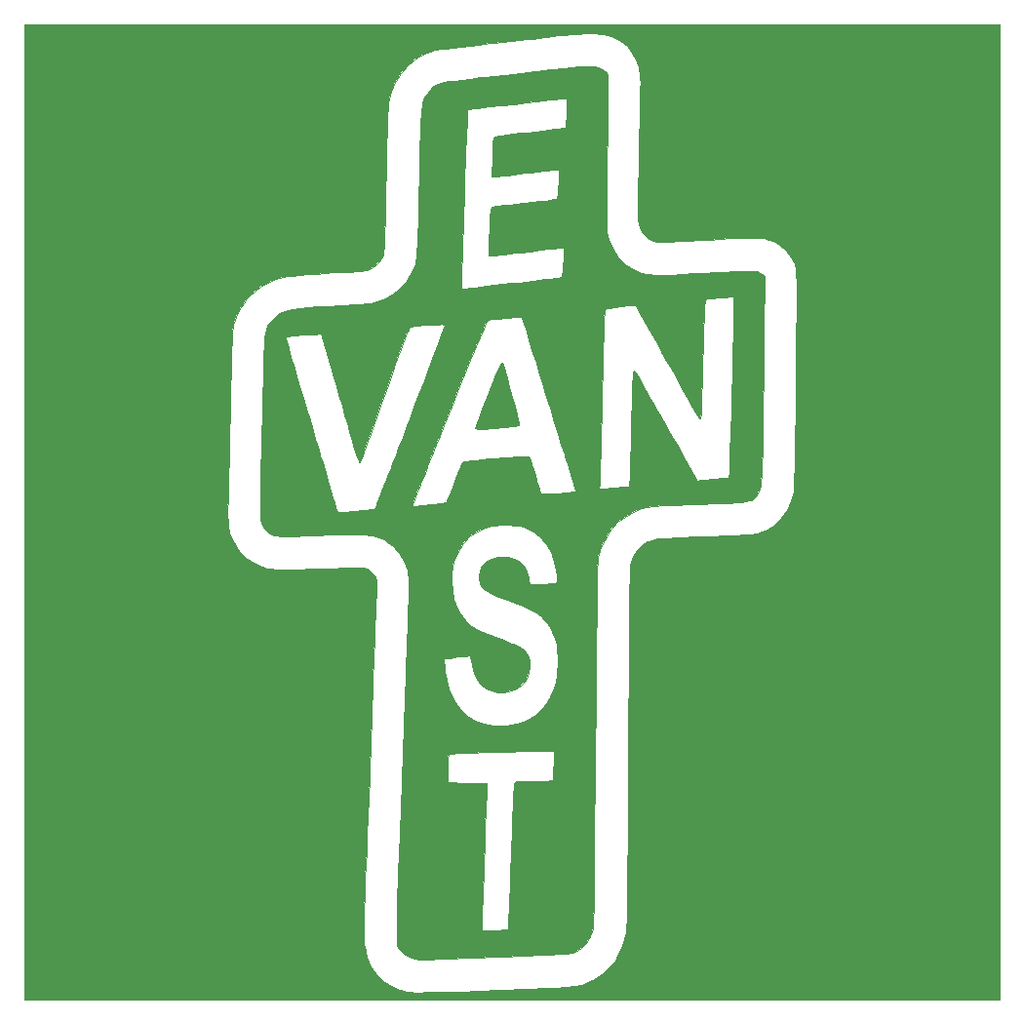
<source format=gts>
G04 #@! TF.GenerationSoftware,KiCad,Pcbnew,5.1.2*
G04 #@! TF.CreationDate,2019-08-23T20:26:15-07:00*
G04 #@! TF.ProjectId,east-van,65617374-2d76-4616-9e2e-6b696361645f,rev?*
G04 #@! TF.SameCoordinates,PX50f5190PY28b17b0*
G04 #@! TF.FileFunction,Soldermask,Top*
G04 #@! TF.FilePolarity,Negative*
%FSLAX46Y46*%
G04 Gerber Fmt 4.6, Leading zero omitted, Abs format (unit mm)*
G04 Created by KiCad (PCBNEW 5.1.2) date 2019-08-23 20:26:15*
%MOMM*%
%LPD*%
G04 APERTURE LIST*
%ADD10C,0.010000*%
G04 APERTURE END LIST*
D10*
G36*
X67543333Y-84133333D02*
G01*
X-17123333Y-84133333D01*
X-17123333Y-42045141D01*
X505919Y-42045141D01*
X523859Y-42624457D01*
X581290Y-43116154D01*
X685069Y-43560106D01*
X842054Y-43996182D01*
X1057726Y-44461513D01*
X1505802Y-45179666D01*
X2067201Y-45772048D01*
X2741478Y-46238308D01*
X3528190Y-46578096D01*
X3874000Y-46678455D01*
X4012838Y-46709739D01*
X4170601Y-46735607D01*
X4359948Y-46756017D01*
X4593533Y-46770924D01*
X4884014Y-46780284D01*
X5244046Y-46784055D01*
X5686287Y-46782191D01*
X6223393Y-46774650D01*
X6868020Y-46761387D01*
X7632824Y-46742358D01*
X8530463Y-46717520D01*
X9573592Y-46686829D01*
X10616421Y-46655114D01*
X11211020Y-46637407D01*
X11661424Y-46626854D01*
X11992680Y-46625097D01*
X12229837Y-46633778D01*
X12397944Y-46654538D01*
X12522047Y-46689020D01*
X12627197Y-46738865D01*
X12717621Y-46792833D01*
X12968703Y-46993301D01*
X13200725Y-47249013D01*
X13244871Y-47311122D01*
X13333232Y-47451653D01*
X13391690Y-47580691D01*
X13424429Y-47734080D01*
X13435635Y-47947664D01*
X13429493Y-48257289D01*
X13410188Y-48698796D01*
X13409241Y-48718861D01*
X13394905Y-49042934D01*
X13376116Y-49499630D01*
X13353468Y-50072353D01*
X13327557Y-50744502D01*
X13298977Y-51499480D01*
X13268323Y-52320688D01*
X13236189Y-53191528D01*
X13203172Y-54095400D01*
X13169865Y-55015706D01*
X13136863Y-55935849D01*
X13104761Y-56839228D01*
X13074154Y-57709246D01*
X13045637Y-58529304D01*
X13019805Y-59282803D01*
X12997252Y-59953146D01*
X12978573Y-60523732D01*
X12964364Y-60977965D01*
X12955218Y-61299245D01*
X12951731Y-61470973D01*
X12951754Y-61485000D01*
X12948698Y-61605769D01*
X12939134Y-61875893D01*
X12923849Y-62275549D01*
X12903632Y-62784916D01*
X12879270Y-63384172D01*
X12851550Y-64053494D01*
X12821260Y-64773063D01*
X12818872Y-64829333D01*
X12741574Y-66655058D01*
X12671689Y-68319500D01*
X12608984Y-69830539D01*
X12553223Y-71196053D01*
X12504172Y-72423919D01*
X12461595Y-73522018D01*
X12425259Y-74498227D01*
X12394927Y-75360424D01*
X12370366Y-76116488D01*
X12351340Y-76774297D01*
X12337615Y-77341730D01*
X12328956Y-77826665D01*
X12325127Y-78236981D01*
X12325895Y-78580557D01*
X12331025Y-78865269D01*
X12340281Y-79098998D01*
X12353429Y-79289621D01*
X12370234Y-79445016D01*
X12381059Y-79519000D01*
X12601776Y-80430400D01*
X12950196Y-81235255D01*
X13422335Y-81928730D01*
X14014207Y-82505987D01*
X14721826Y-82962189D01*
X15473333Y-83271364D01*
X15789115Y-83368319D01*
X16068314Y-83447624D01*
X16235333Y-83488721D01*
X16405904Y-83502618D01*
X16730063Y-83509465D01*
X17192226Y-83509603D01*
X17776810Y-83503372D01*
X18468231Y-83491112D01*
X19250905Y-83473164D01*
X20109248Y-83449866D01*
X21027676Y-83421561D01*
X21990606Y-83388587D01*
X22982454Y-83351285D01*
X23516667Y-83329788D01*
X24809596Y-83276745D01*
X25945205Y-83230084D01*
X26935334Y-83188576D01*
X27791824Y-83150988D01*
X28526517Y-83116092D01*
X29151252Y-83082657D01*
X29677872Y-83049452D01*
X30118218Y-83015248D01*
X30484130Y-82978813D01*
X30787450Y-82938917D01*
X31040019Y-82894331D01*
X31253678Y-82843824D01*
X31440268Y-82786165D01*
X31611629Y-82720124D01*
X31779604Y-82644471D01*
X31956034Y-82557975D01*
X32152758Y-82459407D01*
X32221524Y-82425315D01*
X32988849Y-81965358D01*
X33628413Y-81400445D01*
X34154407Y-80716205D01*
X34464817Y-80154000D01*
X34752839Y-79503994D01*
X34950667Y-78917242D01*
X35075511Y-78326087D01*
X35144580Y-77662870D01*
X35157400Y-77431139D01*
X35166354Y-77164883D01*
X35175627Y-76743687D01*
X35185227Y-76166549D01*
X35195163Y-75432464D01*
X35205443Y-74540430D01*
X35216074Y-73489441D01*
X35227066Y-72278496D01*
X35238426Y-70906589D01*
X35250163Y-69372717D01*
X35262284Y-67675877D01*
X35274798Y-65815064D01*
X35287713Y-63789276D01*
X35301038Y-61597508D01*
X35314780Y-59238757D01*
X35328948Y-56712018D01*
X35333875Y-55812333D01*
X35343067Y-54276750D01*
X35353239Y-52860863D01*
X35364314Y-51569820D01*
X35376220Y-50408766D01*
X35388880Y-49382847D01*
X35402220Y-48497210D01*
X35416165Y-47757000D01*
X35430642Y-47167364D01*
X35445574Y-46733448D01*
X35460887Y-46460398D01*
X35470937Y-46372000D01*
X35674057Y-45694431D01*
X36005134Y-45126505D01*
X36462419Y-44670599D01*
X36934590Y-44379935D01*
X37111463Y-44304169D01*
X37318687Y-44238872D01*
X37572022Y-44182542D01*
X37887225Y-44133678D01*
X38280058Y-44090777D01*
X38766278Y-44052337D01*
X39361646Y-44016858D01*
X40081921Y-43982836D01*
X40942861Y-43948769D01*
X41762333Y-43919834D01*
X42735209Y-43886541D01*
X43554232Y-43857728D01*
X44234795Y-43832437D01*
X44792291Y-43809708D01*
X45242113Y-43788580D01*
X45599653Y-43768095D01*
X45880306Y-43747293D01*
X46099463Y-43725215D01*
X46272519Y-43700901D01*
X46414865Y-43673391D01*
X46541894Y-43641726D01*
X46630667Y-43616362D01*
X47364117Y-43313998D01*
X48022278Y-42870893D01*
X48591755Y-42303920D01*
X49059149Y-41629955D01*
X49411064Y-40865873D01*
X49634103Y-40028549D01*
X49671233Y-39786388D01*
X49684218Y-39607357D01*
X49698046Y-39272672D01*
X49712538Y-38796010D01*
X49727516Y-38191045D01*
X49742802Y-37471455D01*
X49758219Y-36650916D01*
X49773588Y-35743104D01*
X49788732Y-34761695D01*
X49803473Y-33720366D01*
X49817632Y-32632792D01*
X49831032Y-31512649D01*
X49843496Y-30373615D01*
X49854844Y-29229365D01*
X49864899Y-28093575D01*
X49873484Y-26979921D01*
X49880419Y-25902081D01*
X49885529Y-24873729D01*
X49888633Y-23908542D01*
X49889555Y-23020197D01*
X49889551Y-23004000D01*
X49888795Y-22298325D01*
X49886036Y-21739760D01*
X49879766Y-21306083D01*
X49868481Y-20975072D01*
X49850673Y-20724505D01*
X49824838Y-20532158D01*
X49789470Y-20375811D01*
X49743063Y-20233240D01*
X49693073Y-20104449D01*
X49374541Y-19525237D01*
X48920075Y-19002930D01*
X48361358Y-18570362D01*
X48041048Y-18392234D01*
X47846533Y-18297348D01*
X47670969Y-18215578D01*
X47501173Y-18146626D01*
X47323962Y-18090196D01*
X47126153Y-18045991D01*
X46894565Y-18013713D01*
X46616013Y-17993066D01*
X46277316Y-17983753D01*
X45865291Y-17985476D01*
X45366755Y-17997938D01*
X44768526Y-18020843D01*
X44057420Y-18053893D01*
X43220255Y-18096791D01*
X42243848Y-18149240D01*
X41115017Y-18210943D01*
X40788667Y-18228808D01*
X40130061Y-18263834D01*
X39514015Y-18294691D01*
X38964215Y-18320341D01*
X38504344Y-18339746D01*
X38158090Y-18351865D01*
X37949136Y-18355662D01*
X37913529Y-18354870D01*
X37412802Y-18247666D01*
X36961977Y-17993480D01*
X36585735Y-17612773D01*
X36308755Y-17126008D01*
X36254250Y-16979226D01*
X36224505Y-16882264D01*
X36199387Y-16775606D01*
X36178788Y-16646278D01*
X36162601Y-16481308D01*
X36150721Y-16267721D01*
X36143039Y-15992544D01*
X36139449Y-15642803D01*
X36139844Y-15205525D01*
X36144118Y-14667736D01*
X36152164Y-14016463D01*
X36163874Y-13238732D01*
X36179143Y-12321570D01*
X36197864Y-11252003D01*
X36204187Y-10896667D01*
X36222151Y-9918544D01*
X36240428Y-8977517D01*
X36258648Y-8089380D01*
X36276441Y-7269929D01*
X36293438Y-6534958D01*
X36309268Y-5900263D01*
X36323561Y-5381640D01*
X36335948Y-4994883D01*
X36346058Y-4755788D01*
X36349152Y-4707852D01*
X36334740Y-3973751D01*
X36188248Y-3223970D01*
X35925083Y-2501833D01*
X35560652Y-1850667D01*
X35159104Y-1361394D01*
X34551922Y-866629D01*
X33859076Y-513248D01*
X33075226Y-299226D01*
X32195033Y-222541D01*
X32152667Y-222286D01*
X31876233Y-230713D01*
X31467444Y-254926D01*
X30962207Y-291705D01*
X30396429Y-337831D01*
X29806017Y-390083D01*
X29226880Y-445241D01*
X28694924Y-500086D01*
X28246056Y-551397D01*
X27916186Y-595954D01*
X27834667Y-609505D01*
X27711450Y-625696D01*
X27436450Y-657944D01*
X27026268Y-704416D01*
X26497507Y-763279D01*
X25866770Y-832699D01*
X25150657Y-910844D01*
X24365771Y-995880D01*
X23528715Y-1085973D01*
X23220333Y-1119021D01*
X22358264Y-1212841D01*
X21534154Y-1305484D01*
X20765875Y-1394737D01*
X20071299Y-1478391D01*
X19468297Y-1554233D01*
X18974741Y-1620053D01*
X18608502Y-1673638D01*
X18387452Y-1712778D01*
X18352000Y-1721406D01*
X17560317Y-2025985D01*
X16808757Y-2471307D01*
X16127929Y-3031802D01*
X15548441Y-3681900D01*
X15100904Y-4396033D01*
X15066547Y-4465894D01*
X14891412Y-4856194D01*
X14729470Y-5261387D01*
X14609034Y-5609393D01*
X14585822Y-5689667D01*
X14533732Y-5937974D01*
X14486425Y-6283664D01*
X14443487Y-6735291D01*
X14404500Y-7301407D01*
X14369050Y-7990566D01*
X14336721Y-8811324D01*
X14307097Y-9772232D01*
X14279762Y-10881846D01*
X14254301Y-12148718D01*
X14244282Y-12717000D01*
X14229414Y-13542470D01*
X14212690Y-14386915D01*
X14194842Y-15218627D01*
X14176603Y-16005897D01*
X14158707Y-16717015D01*
X14141885Y-17320273D01*
X14127735Y-17759890D01*
X14106542Y-18331153D01*
X14086692Y-18760875D01*
X14064229Y-19076763D01*
X14035198Y-19306528D01*
X13995640Y-19477877D01*
X13941601Y-19618519D01*
X13869123Y-19756164D01*
X13834060Y-19816627D01*
X13518371Y-20224655D01*
X13110541Y-20562451D01*
X12666795Y-20784857D01*
X12604183Y-20804452D01*
X12429166Y-20834555D01*
X12115127Y-20868343D01*
X11692267Y-20903388D01*
X11190789Y-20937264D01*
X10640892Y-20967546D01*
X10478000Y-20975249D01*
X9698509Y-21014833D01*
X8906167Y-21062597D01*
X8126455Y-21116416D01*
X7384854Y-21174167D01*
X6706844Y-21233726D01*
X6117907Y-21292968D01*
X5643524Y-21349770D01*
X5309176Y-21402008D01*
X5274030Y-21409036D01*
X4708361Y-21578761D01*
X4092397Y-21850680D01*
X3472802Y-22196927D01*
X2896244Y-22589635D01*
X2409388Y-23000940D01*
X2160558Y-23268208D01*
X1885993Y-23651651D01*
X1600539Y-24129615D01*
X1337341Y-24639722D01*
X1129547Y-25119594D01*
X1045232Y-25367127D01*
X1012914Y-25490098D01*
X984152Y-25632002D01*
X958404Y-25805106D01*
X935132Y-26021681D01*
X913793Y-26293994D01*
X893848Y-26634315D01*
X874756Y-27054914D01*
X855977Y-27568058D01*
X836970Y-28186018D01*
X817194Y-28921061D01*
X796110Y-29785458D01*
X773176Y-30791477D01*
X747852Y-31951388D01*
X740910Y-32275000D01*
X711968Y-33623968D01*
X686175Y-34816743D01*
X663213Y-35866429D01*
X642763Y-36786132D01*
X624507Y-37588956D01*
X608126Y-38288005D01*
X593302Y-38896385D01*
X579716Y-39427200D01*
X567050Y-39893554D01*
X554985Y-40308553D01*
X543203Y-40685301D01*
X531384Y-41036903D01*
X520613Y-41338337D01*
X505919Y-42045141D01*
X-17123333Y-42045141D01*
X-17123333Y533333D01*
X67543333Y533333D01*
X67543333Y-84133333D01*
X67543333Y-84133333D01*
G37*
X67543333Y-84133333D02*
X-17123333Y-84133333D01*
X-17123333Y-42045141D01*
X505919Y-42045141D01*
X523859Y-42624457D01*
X581290Y-43116154D01*
X685069Y-43560106D01*
X842054Y-43996182D01*
X1057726Y-44461513D01*
X1505802Y-45179666D01*
X2067201Y-45772048D01*
X2741478Y-46238308D01*
X3528190Y-46578096D01*
X3874000Y-46678455D01*
X4012838Y-46709739D01*
X4170601Y-46735607D01*
X4359948Y-46756017D01*
X4593533Y-46770924D01*
X4884014Y-46780284D01*
X5244046Y-46784055D01*
X5686287Y-46782191D01*
X6223393Y-46774650D01*
X6868020Y-46761387D01*
X7632824Y-46742358D01*
X8530463Y-46717520D01*
X9573592Y-46686829D01*
X10616421Y-46655114D01*
X11211020Y-46637407D01*
X11661424Y-46626854D01*
X11992680Y-46625097D01*
X12229837Y-46633778D01*
X12397944Y-46654538D01*
X12522047Y-46689020D01*
X12627197Y-46738865D01*
X12717621Y-46792833D01*
X12968703Y-46993301D01*
X13200725Y-47249013D01*
X13244871Y-47311122D01*
X13333232Y-47451653D01*
X13391690Y-47580691D01*
X13424429Y-47734080D01*
X13435635Y-47947664D01*
X13429493Y-48257289D01*
X13410188Y-48698796D01*
X13409241Y-48718861D01*
X13394905Y-49042934D01*
X13376116Y-49499630D01*
X13353468Y-50072353D01*
X13327557Y-50744502D01*
X13298977Y-51499480D01*
X13268323Y-52320688D01*
X13236189Y-53191528D01*
X13203172Y-54095400D01*
X13169865Y-55015706D01*
X13136863Y-55935849D01*
X13104761Y-56839228D01*
X13074154Y-57709246D01*
X13045637Y-58529304D01*
X13019805Y-59282803D01*
X12997252Y-59953146D01*
X12978573Y-60523732D01*
X12964364Y-60977965D01*
X12955218Y-61299245D01*
X12951731Y-61470973D01*
X12951754Y-61485000D01*
X12948698Y-61605769D01*
X12939134Y-61875893D01*
X12923849Y-62275549D01*
X12903632Y-62784916D01*
X12879270Y-63384172D01*
X12851550Y-64053494D01*
X12821260Y-64773063D01*
X12818872Y-64829333D01*
X12741574Y-66655058D01*
X12671689Y-68319500D01*
X12608984Y-69830539D01*
X12553223Y-71196053D01*
X12504172Y-72423919D01*
X12461595Y-73522018D01*
X12425259Y-74498227D01*
X12394927Y-75360424D01*
X12370366Y-76116488D01*
X12351340Y-76774297D01*
X12337615Y-77341730D01*
X12328956Y-77826665D01*
X12325127Y-78236981D01*
X12325895Y-78580557D01*
X12331025Y-78865269D01*
X12340281Y-79098998D01*
X12353429Y-79289621D01*
X12370234Y-79445016D01*
X12381059Y-79519000D01*
X12601776Y-80430400D01*
X12950196Y-81235255D01*
X13422335Y-81928730D01*
X14014207Y-82505987D01*
X14721826Y-82962189D01*
X15473333Y-83271364D01*
X15789115Y-83368319D01*
X16068314Y-83447624D01*
X16235333Y-83488721D01*
X16405904Y-83502618D01*
X16730063Y-83509465D01*
X17192226Y-83509603D01*
X17776810Y-83503372D01*
X18468231Y-83491112D01*
X19250905Y-83473164D01*
X20109248Y-83449866D01*
X21027676Y-83421561D01*
X21990606Y-83388587D01*
X22982454Y-83351285D01*
X23516667Y-83329788D01*
X24809596Y-83276745D01*
X25945205Y-83230084D01*
X26935334Y-83188576D01*
X27791824Y-83150988D01*
X28526517Y-83116092D01*
X29151252Y-83082657D01*
X29677872Y-83049452D01*
X30118218Y-83015248D01*
X30484130Y-82978813D01*
X30787450Y-82938917D01*
X31040019Y-82894331D01*
X31253678Y-82843824D01*
X31440268Y-82786165D01*
X31611629Y-82720124D01*
X31779604Y-82644471D01*
X31956034Y-82557975D01*
X32152758Y-82459407D01*
X32221524Y-82425315D01*
X32988849Y-81965358D01*
X33628413Y-81400445D01*
X34154407Y-80716205D01*
X34464817Y-80154000D01*
X34752839Y-79503994D01*
X34950667Y-78917242D01*
X35075511Y-78326087D01*
X35144580Y-77662870D01*
X35157400Y-77431139D01*
X35166354Y-77164883D01*
X35175627Y-76743687D01*
X35185227Y-76166549D01*
X35195163Y-75432464D01*
X35205443Y-74540430D01*
X35216074Y-73489441D01*
X35227066Y-72278496D01*
X35238426Y-70906589D01*
X35250163Y-69372717D01*
X35262284Y-67675877D01*
X35274798Y-65815064D01*
X35287713Y-63789276D01*
X35301038Y-61597508D01*
X35314780Y-59238757D01*
X35328948Y-56712018D01*
X35333875Y-55812333D01*
X35343067Y-54276750D01*
X35353239Y-52860863D01*
X35364314Y-51569820D01*
X35376220Y-50408766D01*
X35388880Y-49382847D01*
X35402220Y-48497210D01*
X35416165Y-47757000D01*
X35430642Y-47167364D01*
X35445574Y-46733448D01*
X35460887Y-46460398D01*
X35470937Y-46372000D01*
X35674057Y-45694431D01*
X36005134Y-45126505D01*
X36462419Y-44670599D01*
X36934590Y-44379935D01*
X37111463Y-44304169D01*
X37318687Y-44238872D01*
X37572022Y-44182542D01*
X37887225Y-44133678D01*
X38280058Y-44090777D01*
X38766278Y-44052337D01*
X39361646Y-44016858D01*
X40081921Y-43982836D01*
X40942861Y-43948769D01*
X41762333Y-43919834D01*
X42735209Y-43886541D01*
X43554232Y-43857728D01*
X44234795Y-43832437D01*
X44792291Y-43809708D01*
X45242113Y-43788580D01*
X45599653Y-43768095D01*
X45880306Y-43747293D01*
X46099463Y-43725215D01*
X46272519Y-43700901D01*
X46414865Y-43673391D01*
X46541894Y-43641726D01*
X46630667Y-43616362D01*
X47364117Y-43313998D01*
X48022278Y-42870893D01*
X48591755Y-42303920D01*
X49059149Y-41629955D01*
X49411064Y-40865873D01*
X49634103Y-40028549D01*
X49671233Y-39786388D01*
X49684218Y-39607357D01*
X49698046Y-39272672D01*
X49712538Y-38796010D01*
X49727516Y-38191045D01*
X49742802Y-37471455D01*
X49758219Y-36650916D01*
X49773588Y-35743104D01*
X49788732Y-34761695D01*
X49803473Y-33720366D01*
X49817632Y-32632792D01*
X49831032Y-31512649D01*
X49843496Y-30373615D01*
X49854844Y-29229365D01*
X49864899Y-28093575D01*
X49873484Y-26979921D01*
X49880419Y-25902081D01*
X49885529Y-24873729D01*
X49888633Y-23908542D01*
X49889555Y-23020197D01*
X49889551Y-23004000D01*
X49888795Y-22298325D01*
X49886036Y-21739760D01*
X49879766Y-21306083D01*
X49868481Y-20975072D01*
X49850673Y-20724505D01*
X49824838Y-20532158D01*
X49789470Y-20375811D01*
X49743063Y-20233240D01*
X49693073Y-20104449D01*
X49374541Y-19525237D01*
X48920075Y-19002930D01*
X48361358Y-18570362D01*
X48041048Y-18392234D01*
X47846533Y-18297348D01*
X47670969Y-18215578D01*
X47501173Y-18146626D01*
X47323962Y-18090196D01*
X47126153Y-18045991D01*
X46894565Y-18013713D01*
X46616013Y-17993066D01*
X46277316Y-17983753D01*
X45865291Y-17985476D01*
X45366755Y-17997938D01*
X44768526Y-18020843D01*
X44057420Y-18053893D01*
X43220255Y-18096791D01*
X42243848Y-18149240D01*
X41115017Y-18210943D01*
X40788667Y-18228808D01*
X40130061Y-18263834D01*
X39514015Y-18294691D01*
X38964215Y-18320341D01*
X38504344Y-18339746D01*
X38158090Y-18351865D01*
X37949136Y-18355662D01*
X37913529Y-18354870D01*
X37412802Y-18247666D01*
X36961977Y-17993480D01*
X36585735Y-17612773D01*
X36308755Y-17126008D01*
X36254250Y-16979226D01*
X36224505Y-16882264D01*
X36199387Y-16775606D01*
X36178788Y-16646278D01*
X36162601Y-16481308D01*
X36150721Y-16267721D01*
X36143039Y-15992544D01*
X36139449Y-15642803D01*
X36139844Y-15205525D01*
X36144118Y-14667736D01*
X36152164Y-14016463D01*
X36163874Y-13238732D01*
X36179143Y-12321570D01*
X36197864Y-11252003D01*
X36204187Y-10896667D01*
X36222151Y-9918544D01*
X36240428Y-8977517D01*
X36258648Y-8089380D01*
X36276441Y-7269929D01*
X36293438Y-6534958D01*
X36309268Y-5900263D01*
X36323561Y-5381640D01*
X36335948Y-4994883D01*
X36346058Y-4755788D01*
X36349152Y-4707852D01*
X36334740Y-3973751D01*
X36188248Y-3223970D01*
X35925083Y-2501833D01*
X35560652Y-1850667D01*
X35159104Y-1361394D01*
X34551922Y-866629D01*
X33859076Y-513248D01*
X33075226Y-299226D01*
X32195033Y-222541D01*
X32152667Y-222286D01*
X31876233Y-230713D01*
X31467444Y-254926D01*
X30962207Y-291705D01*
X30396429Y-337831D01*
X29806017Y-390083D01*
X29226880Y-445241D01*
X28694924Y-500086D01*
X28246056Y-551397D01*
X27916186Y-595954D01*
X27834667Y-609505D01*
X27711450Y-625696D01*
X27436450Y-657944D01*
X27026268Y-704416D01*
X26497507Y-763279D01*
X25866770Y-832699D01*
X25150657Y-910844D01*
X24365771Y-995880D01*
X23528715Y-1085973D01*
X23220333Y-1119021D01*
X22358264Y-1212841D01*
X21534154Y-1305484D01*
X20765875Y-1394737D01*
X20071299Y-1478391D01*
X19468297Y-1554233D01*
X18974741Y-1620053D01*
X18608502Y-1673638D01*
X18387452Y-1712778D01*
X18352000Y-1721406D01*
X17560317Y-2025985D01*
X16808757Y-2471307D01*
X16127929Y-3031802D01*
X15548441Y-3681900D01*
X15100904Y-4396033D01*
X15066547Y-4465894D01*
X14891412Y-4856194D01*
X14729470Y-5261387D01*
X14609034Y-5609393D01*
X14585822Y-5689667D01*
X14533732Y-5937974D01*
X14486425Y-6283664D01*
X14443487Y-6735291D01*
X14404500Y-7301407D01*
X14369050Y-7990566D01*
X14336721Y-8811324D01*
X14307097Y-9772232D01*
X14279762Y-10881846D01*
X14254301Y-12148718D01*
X14244282Y-12717000D01*
X14229414Y-13542470D01*
X14212690Y-14386915D01*
X14194842Y-15218627D01*
X14176603Y-16005897D01*
X14158707Y-16717015D01*
X14141885Y-17320273D01*
X14127735Y-17759890D01*
X14106542Y-18331153D01*
X14086692Y-18760875D01*
X14064229Y-19076763D01*
X14035198Y-19306528D01*
X13995640Y-19477877D01*
X13941601Y-19618519D01*
X13869123Y-19756164D01*
X13834060Y-19816627D01*
X13518371Y-20224655D01*
X13110541Y-20562451D01*
X12666795Y-20784857D01*
X12604183Y-20804452D01*
X12429166Y-20834555D01*
X12115127Y-20868343D01*
X11692267Y-20903388D01*
X11190789Y-20937264D01*
X10640892Y-20967546D01*
X10478000Y-20975249D01*
X9698509Y-21014833D01*
X8906167Y-21062597D01*
X8126455Y-21116416D01*
X7384854Y-21174167D01*
X6706844Y-21233726D01*
X6117907Y-21292968D01*
X5643524Y-21349770D01*
X5309176Y-21402008D01*
X5274030Y-21409036D01*
X4708361Y-21578761D01*
X4092397Y-21850680D01*
X3472802Y-22196927D01*
X2896244Y-22589635D01*
X2409388Y-23000940D01*
X2160558Y-23268208D01*
X1885993Y-23651651D01*
X1600539Y-24129615D01*
X1337341Y-24639722D01*
X1129547Y-25119594D01*
X1045232Y-25367127D01*
X1012914Y-25490098D01*
X984152Y-25632002D01*
X958404Y-25805106D01*
X935132Y-26021681D01*
X913793Y-26293994D01*
X893848Y-26634315D01*
X874756Y-27054914D01*
X855977Y-27568058D01*
X836970Y-28186018D01*
X817194Y-28921061D01*
X796110Y-29785458D01*
X773176Y-30791477D01*
X747852Y-31951388D01*
X740910Y-32275000D01*
X711968Y-33623968D01*
X686175Y-34816743D01*
X663213Y-35866429D01*
X642763Y-36786132D01*
X624507Y-37588956D01*
X608126Y-38288005D01*
X593302Y-38896385D01*
X579716Y-39427200D01*
X567050Y-39893554D01*
X554985Y-40308553D01*
X543203Y-40685301D01*
X531384Y-41036903D01*
X520613Y-41338337D01*
X505919Y-42045141D01*
X-17123333Y-42045141D01*
X-17123333Y533333D01*
X67543333Y533333D01*
X67543333Y-84133333D01*
G36*
X32169590Y-3109790D02*
G01*
X32431573Y-3137117D01*
X32646409Y-3182816D01*
X32829164Y-3246232D01*
X32872333Y-3265108D01*
X33188074Y-3441566D01*
X33380070Y-3647799D01*
X33492608Y-3934561D01*
X33506273Y-3991635D01*
X33519303Y-4141137D01*
X33527628Y-4439459D01*
X33531298Y-4866153D01*
X33530361Y-5400773D01*
X33524867Y-6022870D01*
X33514866Y-6711999D01*
X33500407Y-7447711D01*
X33497618Y-7571202D01*
X33478157Y-8492939D01*
X33459196Y-9531367D01*
X33441506Y-10633843D01*
X33425858Y-11747723D01*
X33413022Y-12820364D01*
X33403769Y-13799125D01*
X33401220Y-14156333D01*
X33380333Y-17458333D01*
X33614373Y-18148992D01*
X33975933Y-18991311D01*
X34445680Y-19703380D01*
X35023765Y-20285340D01*
X35710339Y-20737333D01*
X36505553Y-21059501D01*
X36806197Y-21140808D01*
X37110789Y-21183750D01*
X37580017Y-21206764D01*
X38210369Y-21209927D01*
X38998333Y-21193318D01*
X39940397Y-21157015D01*
X41033051Y-21101098D01*
X42272781Y-21025644D01*
X42439667Y-21014727D01*
X43072647Y-20976526D01*
X43730773Y-20942930D01*
X44366538Y-20915939D01*
X44932436Y-20897552D01*
X45380961Y-20889768D01*
X45411646Y-20889661D01*
X45872608Y-20890998D01*
X46199134Y-20900463D01*
X46426086Y-20922842D01*
X46588330Y-20962917D01*
X46720727Y-21025474D01*
X46808646Y-21081368D01*
X47096333Y-21275403D01*
X47096333Y-22457201D01*
X47095116Y-22842600D01*
X47091618Y-23378574D01*
X47086068Y-24046384D01*
X47078695Y-24827292D01*
X47069728Y-25702559D01*
X47059398Y-26653445D01*
X47047933Y-27661212D01*
X47035562Y-28707120D01*
X47022515Y-29772431D01*
X47009022Y-30838405D01*
X46995310Y-31886303D01*
X46981611Y-32897387D01*
X46968152Y-33852917D01*
X46955164Y-34734154D01*
X46942875Y-35522359D01*
X46931516Y-36198793D01*
X46921809Y-36720000D01*
X46903300Y-37524884D01*
X46881447Y-38181266D01*
X46853729Y-38709977D01*
X46817630Y-39131846D01*
X46770630Y-39467702D01*
X46710210Y-39738376D01*
X46633853Y-39964698D01*
X46539038Y-40167496D01*
X46495377Y-40246701D01*
X46396545Y-40410671D01*
X46293725Y-40546535D01*
X46170245Y-40657762D01*
X46009432Y-40747826D01*
X45794614Y-40820198D01*
X45509119Y-40878348D01*
X45136276Y-40925749D01*
X44659411Y-40965873D01*
X44061852Y-41002190D01*
X43326928Y-41038173D01*
X42524333Y-41073569D01*
X41764554Y-41106060D01*
X41008339Y-41137857D01*
X40284798Y-41167772D01*
X39623040Y-41194622D01*
X39052175Y-41217222D01*
X38601313Y-41234387D01*
X38375667Y-41242434D01*
X37365916Y-41325787D01*
X36478171Y-41507729D01*
X35691694Y-41795755D01*
X34985749Y-42197360D01*
X34372710Y-42689148D01*
X33780927Y-43337326D01*
X33290006Y-44079860D01*
X32918773Y-44880098D01*
X32686051Y-45701384D01*
X32630076Y-46082242D01*
X32618032Y-46262868D01*
X32605917Y-46568834D01*
X32593684Y-47003685D01*
X32581288Y-47570968D01*
X32568681Y-48274229D01*
X32555819Y-49117015D01*
X32542654Y-50102872D01*
X32529140Y-51235347D01*
X32515232Y-52517986D01*
X32500882Y-53954335D01*
X32486045Y-55547941D01*
X32470675Y-57302350D01*
X32454725Y-59221108D01*
X32448090Y-60045667D01*
X32439610Y-61052351D01*
X32430423Y-62041034D01*
X32420752Y-62993421D01*
X32410821Y-63891215D01*
X32400855Y-64716119D01*
X32391077Y-65449837D01*
X32381711Y-66074073D01*
X32372981Y-66570531D01*
X32365111Y-66920915D01*
X32363155Y-66988333D01*
X32355288Y-67320347D01*
X32347493Y-67800330D01*
X32339957Y-68406914D01*
X32332863Y-69118735D01*
X32326399Y-69914427D01*
X32320749Y-70772625D01*
X32316099Y-71671964D01*
X32312634Y-72591077D01*
X32311731Y-72915000D01*
X32307710Y-73899921D01*
X32300946Y-74809651D01*
X32291692Y-75630903D01*
X32280204Y-76350391D01*
X32266735Y-76954827D01*
X32251539Y-77430924D01*
X32234870Y-77765397D01*
X32216982Y-77944957D01*
X32215410Y-77952667D01*
X31997267Y-78647815D01*
X31677841Y-79211147D01*
X31250873Y-79651004D01*
X30710103Y-79975727D01*
X30690756Y-79984352D01*
X30632730Y-80010932D01*
X30580000Y-80034497D01*
X30522385Y-80055639D01*
X30449703Y-80074950D01*
X30351773Y-80093025D01*
X30218414Y-80110455D01*
X30039444Y-80127835D01*
X29804682Y-80145757D01*
X29503947Y-80164813D01*
X29127056Y-80185599D01*
X28663830Y-80208705D01*
X28104086Y-80234726D01*
X27437644Y-80264254D01*
X26654321Y-80297882D01*
X25743937Y-80336204D01*
X24696310Y-80379813D01*
X23501260Y-80429301D01*
X22148603Y-80485262D01*
X21950333Y-80493470D01*
X20919408Y-80536062D01*
X20043369Y-80571678D01*
X19307915Y-80600351D01*
X18698745Y-80622117D01*
X18201557Y-80637008D01*
X17802050Y-80645060D01*
X17485923Y-80646306D01*
X17238873Y-80640780D01*
X17046600Y-80628517D01*
X16894802Y-80609551D01*
X16769177Y-80583914D01*
X16655424Y-80551643D01*
X16539242Y-80512770D01*
X16520835Y-80506412D01*
X16090974Y-80332788D01*
X15778037Y-80136731D01*
X15530241Y-79881229D01*
X15409674Y-79712182D01*
X15177000Y-79359143D01*
X15187154Y-77703405D01*
X15194148Y-77133278D01*
X15208187Y-76442878D01*
X15227941Y-75681056D01*
X15252077Y-74896665D01*
X15279266Y-74138556D01*
X15294562Y-73761667D01*
X15313252Y-73309100D01*
X15337283Y-72705840D01*
X15365957Y-71970420D01*
X15398572Y-71121372D01*
X15434430Y-70177230D01*
X15472830Y-69156525D01*
X15513073Y-68077792D01*
X15554458Y-66959561D01*
X15596287Y-65820366D01*
X15615417Y-65295000D01*
X19596014Y-65295000D01*
X21266414Y-65308463D01*
X21780353Y-65314364D01*
X22233940Y-65322922D01*
X22600903Y-65333366D01*
X22854972Y-65344924D01*
X22969875Y-65356827D01*
X22973463Y-65358574D01*
X22980146Y-65449556D01*
X22980233Y-65687211D01*
X22974202Y-66049025D01*
X22962533Y-66512486D01*
X22945706Y-67055081D01*
X22925082Y-67631111D01*
X22863248Y-69268756D01*
X22807033Y-70781572D01*
X22756581Y-72165205D01*
X22712037Y-73415306D01*
X22673545Y-74527523D01*
X22641249Y-75497503D01*
X22615294Y-76320896D01*
X22595823Y-76993349D01*
X22582982Y-77510513D01*
X22576913Y-77868034D01*
X22577762Y-78061562D01*
X22578735Y-78079667D01*
X22664496Y-78114384D01*
X22908719Y-78132428D01*
X23301315Y-78133419D01*
X23706992Y-78122000D01*
X24829000Y-78079667D01*
X24884584Y-77148333D01*
X24897520Y-76896772D01*
X24915584Y-76493761D01*
X24938083Y-75957087D01*
X24964323Y-75304534D01*
X24993611Y-74553887D01*
X25025252Y-73722929D01*
X25058555Y-72829447D01*
X25092825Y-71891224D01*
X25127368Y-70926046D01*
X25128892Y-70883000D01*
X25163132Y-69943515D01*
X25197602Y-69050804D01*
X25231597Y-68219825D01*
X25264414Y-67465535D01*
X25295350Y-66802891D01*
X25323702Y-66246849D01*
X25348765Y-65812366D01*
X25369837Y-65514400D01*
X25386214Y-65367908D01*
X25388712Y-65358500D01*
X25419922Y-65289566D01*
X25470717Y-65239523D01*
X25565783Y-65205200D01*
X25729807Y-65183427D01*
X25987474Y-65171033D01*
X26363471Y-65164847D01*
X26882484Y-65161700D01*
X26922404Y-65161522D01*
X27530997Y-65157186D01*
X27989988Y-65149610D01*
X28319092Y-65137775D01*
X28538027Y-65120664D01*
X28666508Y-65097257D01*
X28722501Y-65068519D01*
X28735415Y-64978825D01*
X28753877Y-64750145D01*
X28775833Y-64412660D01*
X28799228Y-63996547D01*
X28810287Y-63779330D01*
X28872421Y-62517660D01*
X26173377Y-62580108D01*
X24872352Y-62611132D01*
X23706020Y-62640852D01*
X22678698Y-62669123D01*
X21794702Y-62695798D01*
X21058350Y-62720730D01*
X20473958Y-62743773D01*
X20045842Y-62764781D01*
X19778319Y-62783608D01*
X19675706Y-62800107D01*
X19675357Y-62800421D01*
X19659424Y-62895395D01*
X19643613Y-63128564D01*
X19629406Y-63468793D01*
X19618285Y-63884949D01*
X19614991Y-64068404D01*
X19596014Y-65295000D01*
X15615417Y-65295000D01*
X15637858Y-64678740D01*
X15644671Y-64490667D01*
X15687319Y-63315112D01*
X15731114Y-62112796D01*
X15775250Y-60905546D01*
X15818923Y-59715187D01*
X15861326Y-58563546D01*
X15901655Y-57472447D01*
X15939106Y-56463717D01*
X15972872Y-55559183D01*
X16001158Y-54806971D01*
X19300153Y-54806971D01*
X19326794Y-55169762D01*
X19396417Y-55653493D01*
X19507806Y-56244215D01*
X19550724Y-56447333D01*
X19825094Y-57405809D01*
X20203949Y-58231240D01*
X20685583Y-58922483D01*
X21268295Y-59478396D01*
X21950378Y-59897833D01*
X22730129Y-60179653D01*
X23605843Y-60322710D01*
X24575818Y-60325862D01*
X25227328Y-60256544D01*
X25946275Y-60103319D01*
X26562528Y-59854715D01*
X27125443Y-59485971D01*
X27584271Y-59074174D01*
X27962061Y-58671566D01*
X28242941Y-58303744D01*
X28470653Y-57911196D01*
X28534091Y-57781916D01*
X28754121Y-57301533D01*
X28914738Y-56894954D01*
X29024975Y-56517995D01*
X29093866Y-56126476D01*
X29130443Y-55676213D01*
X29143739Y-55123027D01*
X29144483Y-54796333D01*
X29141549Y-54274333D01*
X29131946Y-53883046D01*
X29111131Y-53583864D01*
X29074558Y-53338182D01*
X29017683Y-53107390D01*
X28935961Y-52852883D01*
X28905291Y-52764333D01*
X28702755Y-52236073D01*
X28495059Y-51818593D01*
X28250513Y-51455432D01*
X28010300Y-51169669D01*
X27712452Y-50870911D01*
X27379550Y-50605312D01*
X26986787Y-50359392D01*
X26509356Y-50119667D01*
X25922453Y-49872658D01*
X25201271Y-49604881D01*
X25002641Y-49535047D01*
X24231858Y-49252711D01*
X23613127Y-48991828D01*
X23132340Y-48741238D01*
X22775385Y-48489780D01*
X22528153Y-48226295D01*
X22376533Y-47939624D01*
X22306416Y-47618605D01*
X22297708Y-47395700D01*
X22376322Y-46861243D01*
X22592581Y-46422730D01*
X22941793Y-46084381D01*
X23419264Y-45850420D01*
X24020298Y-45725066D01*
X24169405Y-45712433D01*
X24844273Y-45723746D01*
X25414415Y-45849674D01*
X25867568Y-46087473D01*
X25876395Y-46094144D01*
X26127043Y-46363780D01*
X26352602Y-46749905D01*
X26526613Y-47199680D01*
X26609017Y-47557333D01*
X26659362Y-47806578D01*
X26716239Y-47986345D01*
X26737061Y-48023828D01*
X26841465Y-48049825D01*
X27075255Y-48062505D01*
X27399138Y-48063431D01*
X27773822Y-48054171D01*
X28160015Y-48036288D01*
X28518424Y-48011349D01*
X28809757Y-47980918D01*
X28994721Y-47946561D01*
X29029421Y-47932510D01*
X29070594Y-47820325D01*
X29081076Y-47580276D01*
X29063948Y-47250431D01*
X29022290Y-46868860D01*
X28959183Y-46473629D01*
X28883048Y-46123632D01*
X28602851Y-45312455D01*
X28204139Y-44598858D01*
X27698625Y-43996837D01*
X27098024Y-43520391D01*
X26426473Y-43188060D01*
X26138162Y-43086920D01*
X25891841Y-43018093D01*
X25642207Y-42975444D01*
X25343961Y-42952839D01*
X24951800Y-42944141D01*
X24617333Y-42943040D01*
X24113868Y-42947451D01*
X23734616Y-42964045D01*
X23434606Y-42997929D01*
X23168866Y-43054205D01*
X22892424Y-43137978D01*
X22888622Y-43139250D01*
X22137854Y-43477268D01*
X21482030Y-43952892D01*
X20931397Y-44557099D01*
X20525959Y-45219915D01*
X20250317Y-45851710D01*
X20074066Y-46462182D01*
X19982994Y-47114803D01*
X19961918Y-47738888D01*
X20004551Y-48582570D01*
X20138719Y-49318564D01*
X20377727Y-49989363D01*
X20734881Y-50637457D01*
X20980348Y-50991317D01*
X21245628Y-51305043D01*
X21565071Y-51590822D01*
X21958808Y-51860118D01*
X22446971Y-52124393D01*
X23049690Y-52395110D01*
X23787096Y-52683732D01*
X24243193Y-52849223D01*
X24962209Y-53116523D01*
X25532383Y-53360600D01*
X25969893Y-53596201D01*
X26290918Y-53838071D01*
X26511638Y-54100957D01*
X26648231Y-54399604D01*
X26716876Y-54748759D01*
X26733933Y-55119345D01*
X26658007Y-55734972D01*
X26442779Y-56276788D01*
X26106827Y-56732204D01*
X25668727Y-57088632D01*
X25147057Y-57333482D01*
X24560394Y-57454164D01*
X23927315Y-57438090D01*
X23461222Y-57337168D01*
X22906384Y-57091204D01*
X22451296Y-56711553D01*
X22094634Y-56196440D01*
X21835076Y-55544093D01*
X21706903Y-54984534D01*
X21648809Y-54670329D01*
X21596825Y-54426958D01*
X21560332Y-54297410D01*
X21554914Y-54288025D01*
X21461016Y-54283105D01*
X21233350Y-54297769D01*
X20905992Y-54329183D01*
X20513017Y-54374512D01*
X20509154Y-54374991D01*
X20105549Y-54423860D01*
X19757470Y-54463778D01*
X19502768Y-54490553D01*
X19380692Y-54500000D01*
X19317713Y-54579067D01*
X19300153Y-54806971D01*
X16001158Y-54806971D01*
X16002148Y-54780669D01*
X16025696Y-54161333D01*
X16072297Y-52941253D01*
X16112354Y-51878255D01*
X16146020Y-50960220D01*
X16173447Y-50175029D01*
X16194790Y-49510562D01*
X16210201Y-48954702D01*
X16219833Y-48495328D01*
X16223839Y-48120322D01*
X16222373Y-47817566D01*
X16215586Y-47574939D01*
X16203633Y-47380323D01*
X16186667Y-47221599D01*
X16164840Y-47086649D01*
X16138305Y-46963352D01*
X16117655Y-46880000D01*
X15834554Y-46078784D01*
X15424785Y-45373585D01*
X14899225Y-44778673D01*
X14268747Y-44308317D01*
X14076333Y-44201624D01*
X13845079Y-44087310D01*
X13619727Y-43991017D01*
X13384942Y-43911852D01*
X13125389Y-43848926D01*
X12825732Y-43801348D01*
X12470634Y-43768228D01*
X12044760Y-43748676D01*
X11532773Y-43741801D01*
X10919339Y-43746713D01*
X10189121Y-43762521D01*
X9326784Y-43788336D01*
X8316992Y-43823266D01*
X7851354Y-43840215D01*
X7075967Y-43868140D01*
X6449879Y-43888788D01*
X5953197Y-43901891D01*
X5566033Y-43907182D01*
X5268495Y-43904394D01*
X5040693Y-43893260D01*
X4862736Y-43873511D01*
X4714735Y-43844881D01*
X4576798Y-43807102D01*
X4539994Y-43795706D01*
X4031038Y-43569369D01*
X3663699Y-43251658D01*
X3432945Y-42835865D01*
X3333747Y-42315283D01*
X3329021Y-42181000D01*
X3329017Y-41926685D01*
X3332501Y-41538286D01*
X3339030Y-41037537D01*
X3348160Y-40446174D01*
X3359444Y-39785931D01*
X3372440Y-39078544D01*
X3386701Y-38345748D01*
X3401783Y-37609279D01*
X3417243Y-36890871D01*
X3432634Y-36212259D01*
X3447512Y-35595180D01*
X3461433Y-35061367D01*
X3473952Y-34632556D01*
X3484625Y-34330483D01*
X3492711Y-34180000D01*
X3501903Y-34009964D01*
X3512950Y-33692013D01*
X3525339Y-33247549D01*
X3538558Y-32697975D01*
X3552094Y-32064691D01*
X3565435Y-31369101D01*
X3578068Y-30632605D01*
X3578887Y-30581667D01*
X3596202Y-29593867D01*
X3614784Y-28759448D01*
X3635973Y-28062456D01*
X3661111Y-27486939D01*
X3691535Y-27016943D01*
X3720181Y-26722811D01*
X5562169Y-26722811D01*
X5606524Y-26951134D01*
X5688600Y-27268702D01*
X5780057Y-27576000D01*
X5919710Y-28026870D01*
X6097367Y-28610180D01*
X6304022Y-29295692D01*
X6530672Y-30053168D01*
X6768312Y-30852370D01*
X7007938Y-31663061D01*
X7240544Y-32455003D01*
X7457126Y-33197958D01*
X7557571Y-33545000D01*
X7724551Y-34118047D01*
X7921362Y-34784767D01*
X8127760Y-35477072D01*
X8323501Y-36126875D01*
X8400898Y-36381333D01*
X8559709Y-36902118D01*
X8736542Y-37483062D01*
X8924606Y-38101749D01*
X9117108Y-38735763D01*
X9307257Y-39362687D01*
X9488260Y-39960105D01*
X9653325Y-40505599D01*
X9795661Y-40976753D01*
X9908475Y-41351150D01*
X9984975Y-41606374D01*
X10017314Y-41716191D01*
X10045382Y-41760204D01*
X10115551Y-41788460D01*
X10250441Y-41800952D01*
X10472673Y-41797673D01*
X10804866Y-41778615D01*
X11269641Y-41743773D01*
X11616516Y-41715701D01*
X12116254Y-41670657D01*
X12558733Y-41623164D01*
X12915831Y-41576859D01*
X13159424Y-41535375D01*
X13260668Y-41503177D01*
X13318654Y-41397264D01*
X13404579Y-41204731D01*
X16542672Y-41204731D01*
X16545147Y-41231147D01*
X16553048Y-41242826D01*
X16595624Y-41258235D01*
X16696103Y-41263421D01*
X16873889Y-41257102D01*
X17148388Y-41237998D01*
X17539003Y-41204825D01*
X18065139Y-41156303D01*
X18521333Y-41112819D01*
X18892987Y-41072365D01*
X19199491Y-41030105D01*
X19403103Y-40991780D01*
X19465476Y-40969193D01*
X19511046Y-40876156D01*
X19607317Y-40648869D01*
X19744594Y-40311281D01*
X19913187Y-39887339D01*
X20103401Y-39400992D01*
X20174369Y-39217667D01*
X20370888Y-38713406D01*
X20550402Y-38261738D01*
X20702967Y-37886963D01*
X20818640Y-37613385D01*
X20887476Y-37465306D01*
X20898616Y-37447676D01*
X21000536Y-37418658D01*
X21246543Y-37380478D01*
X21612537Y-37335193D01*
X22074421Y-37284859D01*
X22608094Y-37231533D01*
X23189458Y-37177271D01*
X23794415Y-37124130D01*
X24398865Y-37074166D01*
X24978708Y-37029436D01*
X25509847Y-36991996D01*
X25968182Y-36963903D01*
X26329614Y-36947213D01*
X26570044Y-36943983D01*
X26664813Y-36955613D01*
X26712141Y-37057452D01*
X26798233Y-37295302D01*
X26914254Y-37642667D01*
X27051370Y-38073053D01*
X27200746Y-38559963D01*
X27209981Y-38590646D01*
X27359557Y-39079910D01*
X27497014Y-39514091D01*
X27613595Y-39866745D01*
X27700545Y-40111433D01*
X27749110Y-40221710D01*
X27750651Y-40223516D01*
X27851051Y-40237512D01*
X28085606Y-40236025D01*
X28420116Y-40221740D01*
X28820381Y-40197336D01*
X29252198Y-40165498D01*
X29681369Y-40128908D01*
X30073691Y-40090247D01*
X30394965Y-40052198D01*
X30610989Y-40017445D01*
X30685559Y-39993329D01*
X30670845Y-39905543D01*
X30617879Y-39703467D01*
X32754776Y-39703467D01*
X32831405Y-39753823D01*
X33020271Y-39772451D01*
X33339087Y-39760898D01*
X33805565Y-39720713D01*
X33862092Y-39715071D01*
X34285931Y-39673730D01*
X34666917Y-39639051D01*
X34963023Y-39614698D01*
X35131074Y-39604367D01*
X35264863Y-39586789D01*
X35339787Y-39514218D01*
X35381776Y-39343936D01*
X35404369Y-39154167D01*
X35415454Y-38981352D01*
X35429229Y-38657818D01*
X35445153Y-38202147D01*
X35462681Y-37632923D01*
X35481271Y-36968728D01*
X35500379Y-36228147D01*
X35519462Y-35429760D01*
X35537977Y-34592153D01*
X35538637Y-34561000D01*
X35562093Y-33480545D01*
X35583689Y-32558089D01*
X35604050Y-31782319D01*
X35623802Y-31141920D01*
X35643568Y-30625575D01*
X35663974Y-30221970D01*
X35685645Y-29919791D01*
X35709205Y-29707722D01*
X35735280Y-29574449D01*
X35764493Y-29508655D01*
X35797471Y-29499027D01*
X35817369Y-29513502D01*
X35876613Y-29586055D01*
X35964213Y-29718486D01*
X36090548Y-29928531D01*
X36265995Y-30233922D01*
X36500932Y-30652395D01*
X36805736Y-31201685D01*
X36814020Y-31216667D01*
X36985833Y-31526053D01*
X37177475Y-31868329D01*
X37396716Y-32257124D01*
X37651323Y-32706068D01*
X37949065Y-33228792D01*
X38297710Y-33838925D01*
X38705027Y-34550097D01*
X39178785Y-35375938D01*
X39726751Y-36330078D01*
X39935140Y-36692739D01*
X41306172Y-39078478D01*
X41576586Y-39043704D01*
X41765401Y-39022822D01*
X42079162Y-38991724D01*
X42474097Y-38954624D01*
X42903223Y-38916018D01*
X43309218Y-38878172D01*
X43651765Y-38842220D01*
X43896753Y-38812031D01*
X44010073Y-38791470D01*
X44012598Y-38790255D01*
X44030039Y-38699928D01*
X44050131Y-38464322D01*
X44071544Y-38107443D01*
X44092945Y-37653298D01*
X44113002Y-37125894D01*
X44123781Y-36786202D01*
X44180074Y-34862275D01*
X44230807Y-33103033D01*
X44276086Y-31503920D01*
X44316013Y-30060384D01*
X44350694Y-28767870D01*
X44380233Y-27621824D01*
X44404733Y-26617692D01*
X44424300Y-25750920D01*
X44439037Y-25016953D01*
X44449049Y-24411237D01*
X44454440Y-23929219D01*
X44455314Y-23566344D01*
X44451775Y-23318058D01*
X44443928Y-23179808D01*
X44436031Y-23146164D01*
X44333451Y-23129865D01*
X44100424Y-23128669D01*
X43774911Y-23140028D01*
X43394875Y-23161393D01*
X42998278Y-23190213D01*
X42623082Y-23223941D01*
X42307251Y-23260027D01*
X42088746Y-23295921D01*
X42046715Y-23306608D01*
X41999010Y-23339311D01*
X41961587Y-23419430D01*
X41932175Y-23568140D01*
X41908508Y-23806619D01*
X41888317Y-24156044D01*
X41869335Y-24637593D01*
X41854402Y-25102281D01*
X41835230Y-25723487D01*
X41814690Y-26373668D01*
X41794416Y-27002085D01*
X41776043Y-27558001D01*
X41762395Y-27957000D01*
X41749385Y-28356776D01*
X41733657Y-28886832D01*
X41716285Y-29508156D01*
X41698341Y-30181737D01*
X41680898Y-30868564D01*
X41670393Y-31301333D01*
X41653818Y-31905284D01*
X41634475Y-32456470D01*
X41613529Y-32931332D01*
X41592146Y-33306315D01*
X41571492Y-33557862D01*
X41553655Y-33660955D01*
X41487126Y-33645260D01*
X41352018Y-33478661D01*
X41147612Y-33160140D01*
X40896361Y-32729622D01*
X40606150Y-32216898D01*
X40265643Y-31613686D01*
X39885783Y-30939500D01*
X39477514Y-30213857D01*
X39051778Y-29456271D01*
X38619518Y-28686257D01*
X38191677Y-27923332D01*
X37779197Y-27187009D01*
X37393021Y-26496804D01*
X37044093Y-25872233D01*
X36743355Y-25332810D01*
X36501749Y-24898050D01*
X36330220Y-24587470D01*
X36305817Y-24542944D01*
X35920333Y-23838222D01*
X35243000Y-23891375D01*
X34604772Y-23948314D01*
X34069923Y-24010020D01*
X33654683Y-24073969D01*
X33375281Y-24137638D01*
X33247948Y-24198504D01*
X33245556Y-24201918D01*
X33228444Y-24308347D01*
X33209405Y-24561347D01*
X33189486Y-24938181D01*
X33169731Y-25416111D01*
X33151185Y-25972400D01*
X33134893Y-26584312D01*
X33133728Y-26634556D01*
X33117526Y-27324425D01*
X33097768Y-28138619D01*
X33075583Y-29032197D01*
X33052102Y-29960215D01*
X33028454Y-30877731D01*
X33005769Y-31739803D01*
X32999381Y-31978667D01*
X32977231Y-32811845D01*
X32953743Y-33710492D01*
X32930046Y-34630415D01*
X32907267Y-35527424D01*
X32886534Y-36357329D01*
X32868974Y-37075938D01*
X32864325Y-37270333D01*
X32848641Y-37876631D01*
X32831957Y-38427183D01*
X32815155Y-38899365D01*
X32799119Y-39270554D01*
X32784730Y-39518129D01*
X32772871Y-39619465D01*
X32772672Y-39619833D01*
X32754776Y-39703467D01*
X30617879Y-39703467D01*
X30610138Y-39673934D01*
X30508626Y-39316094D01*
X30371499Y-38849612D01*
X30203945Y-38292080D01*
X30011151Y-37661089D01*
X29798307Y-36974228D01*
X29740578Y-36789476D01*
X29473009Y-35933095D01*
X29179635Y-34991455D01*
X28874314Y-34009215D01*
X28570905Y-33031032D01*
X28283267Y-32101565D01*
X28025260Y-31265471D01*
X27906045Y-30878000D01*
X27585340Y-29836462D01*
X27284763Y-28864605D01*
X27007706Y-27973171D01*
X26757560Y-27172907D01*
X26537715Y-26474556D01*
X26351563Y-25888863D01*
X26202494Y-25426573D01*
X26093900Y-25098431D01*
X26029172Y-24915180D01*
X26012892Y-24879336D01*
X25919735Y-24872863D01*
X25692297Y-24880807D01*
X25364749Y-24900340D01*
X24971261Y-24928631D01*
X24546004Y-24962852D01*
X24123151Y-25000174D01*
X23736872Y-25037767D01*
X23421337Y-25072801D01*
X23210719Y-25102448D01*
X23148944Y-25116466D01*
X23108354Y-25139498D01*
X23062013Y-25187691D01*
X23005153Y-25272083D01*
X22933003Y-25403713D01*
X22840794Y-25593619D01*
X22723757Y-25852840D01*
X22577122Y-26192416D01*
X22396119Y-26623384D01*
X22175979Y-27156784D01*
X21911933Y-27803654D01*
X21599210Y-28575033D01*
X21233041Y-29481960D01*
X20824144Y-30497000D01*
X20496240Y-31311023D01*
X20123001Y-32236733D01*
X19722692Y-33228878D01*
X19313581Y-34242210D01*
X18913933Y-35231479D01*
X18542015Y-36151435D01*
X18346241Y-36635333D01*
X17957860Y-37595150D01*
X17628390Y-38410040D01*
X17353157Y-39092018D01*
X17127483Y-39653098D01*
X16946693Y-40105295D01*
X16806112Y-40460623D01*
X16701063Y-40731096D01*
X16626870Y-40928730D01*
X16578858Y-41065537D01*
X16552351Y-41153533D01*
X16542672Y-41204731D01*
X13404579Y-41204731D01*
X13422965Y-41163534D01*
X13560572Y-40832761D01*
X13718446Y-40435717D01*
X13780223Y-40276000D01*
X13976680Y-39764899D01*
X14208516Y-39162878D01*
X14449916Y-38536908D01*
X14675068Y-37953959D01*
X14726614Y-37820667D01*
X14883904Y-37412322D01*
X15089076Y-36877010D01*
X15330140Y-36246161D01*
X15595108Y-35551202D01*
X15871988Y-34823564D01*
X16148793Y-34094675D01*
X16276947Y-33756667D01*
X16562120Y-33004472D01*
X16864098Y-32208643D01*
X17168471Y-31407107D01*
X17460828Y-30637794D01*
X17726760Y-29938634D01*
X17951856Y-29347555D01*
X18013963Y-29184667D01*
X18374507Y-28236966D01*
X18681637Y-27424424D01*
X18933916Y-26750929D01*
X19129904Y-26220367D01*
X19268164Y-25836626D01*
X19347256Y-25603594D01*
X19366959Y-25528556D01*
X19288483Y-25510329D01*
X19073872Y-25504789D01*
X18755711Y-25510220D01*
X18366585Y-25524906D01*
X17939079Y-25547132D01*
X17505777Y-25575182D01*
X17099265Y-25607342D01*
X16752128Y-25641895D01*
X16496950Y-25677126D01*
X16477480Y-25680670D01*
X16432528Y-25688092D01*
X16391712Y-25698960D01*
X16351046Y-25723455D01*
X16306545Y-25771753D01*
X16254222Y-25854032D01*
X16190093Y-25980471D01*
X16110172Y-26161249D01*
X16010473Y-26406542D01*
X15887010Y-26726529D01*
X15735799Y-27131389D01*
X15552852Y-27631299D01*
X15334185Y-28236437D01*
X15075812Y-28956982D01*
X14773747Y-29803112D01*
X14424005Y-30785005D01*
X14022599Y-31912838D01*
X13878636Y-32317333D01*
X13509845Y-33353067D01*
X13193363Y-34240605D01*
X12924889Y-34991343D01*
X12700127Y-35616677D01*
X12514778Y-36128003D01*
X12364546Y-36536716D01*
X12245130Y-36854214D01*
X12152235Y-37091891D01*
X12081562Y-37261144D01*
X12028812Y-37373368D01*
X11989689Y-37439961D01*
X11959895Y-37472317D01*
X11935130Y-37481833D01*
X11930827Y-37482000D01*
X11882926Y-37401718D01*
X11794640Y-37167144D01*
X11668897Y-36787685D01*
X11508631Y-36272748D01*
X11316772Y-35631739D01*
X11096250Y-34874065D01*
X10862373Y-34053000D01*
X10791994Y-33805469D01*
X10680927Y-33417168D01*
X10535470Y-32910008D01*
X10361920Y-32305905D01*
X10166574Y-31626770D01*
X9955728Y-30894519D01*
X9735681Y-30131063D01*
X9645865Y-29819667D01*
X8644427Y-26348333D01*
X7931380Y-26373277D01*
X7444677Y-26396134D01*
X6955778Y-26429300D01*
X6495829Y-26469537D01*
X6095976Y-26513607D01*
X5787366Y-26558275D01*
X5601145Y-26600301D01*
X5563602Y-26619380D01*
X5562169Y-26722811D01*
X3720181Y-26722811D01*
X3728586Y-26636516D01*
X3773604Y-26329704D01*
X3827929Y-26080555D01*
X3892899Y-25873115D01*
X3969856Y-25691433D01*
X3993629Y-25643212D01*
X4273497Y-25224883D01*
X4656909Y-24831489D01*
X5089903Y-24511519D01*
X5447529Y-24336715D01*
X5743356Y-24260327D01*
X6195212Y-24184751D01*
X6789795Y-24111238D01*
X7513802Y-24041037D01*
X8353930Y-23975401D01*
X9296876Y-23915580D01*
X10329336Y-23862826D01*
X10625791Y-23849782D01*
X11411068Y-23810607D01*
X12084083Y-23765101D01*
X12628818Y-23714646D01*
X13029252Y-23660622D01*
X13184986Y-23629204D01*
X14047933Y-23337281D01*
X14828920Y-22910065D01*
X15511282Y-22360801D01*
X15673668Y-22172357D01*
X20769194Y-22172357D01*
X20792783Y-22356651D01*
X20847563Y-22411333D01*
X20961752Y-22402279D01*
X21214736Y-22377173D01*
X21577063Y-22339098D01*
X22019279Y-22291140D01*
X22423758Y-22246277D01*
X22988284Y-22182864D01*
X23663749Y-22106682D01*
X24392855Y-22024210D01*
X25118304Y-21941931D01*
X25760333Y-21868886D01*
X26374006Y-21798956D01*
X26995818Y-21728144D01*
X27583382Y-21661273D01*
X28094313Y-21603167D01*
X28486223Y-21558650D01*
X28535420Y-21553069D01*
X28914283Y-21502884D01*
X29230679Y-21447474D01*
X29446544Y-21394335D01*
X29520911Y-21358959D01*
X29551257Y-21245497D01*
X29584592Y-20995896D01*
X29617493Y-20643230D01*
X29646536Y-20220571D01*
X29655176Y-20061833D01*
X29677498Y-19583928D01*
X29686867Y-19250048D01*
X29681828Y-19035275D01*
X29660929Y-18914691D01*
X29622716Y-18863379D01*
X29584798Y-18855333D01*
X29471368Y-18863266D01*
X29227322Y-18887509D01*
X28846754Y-18928731D01*
X28323759Y-18987599D01*
X27652429Y-19064781D01*
X26826861Y-19160945D01*
X25841148Y-19276758D01*
X25464000Y-19321257D01*
X24978892Y-19377208D01*
X24494799Y-19430724D01*
X24066751Y-19475861D01*
X23749777Y-19506670D01*
X23741114Y-19507439D01*
X23161229Y-19558632D01*
X23214243Y-17958149D01*
X23233883Y-17412260D01*
X23255639Y-16885924D01*
X23277704Y-16417872D01*
X23298267Y-16046832D01*
X23313459Y-15833873D01*
X23344955Y-15544214D01*
X23388315Y-15380990D01*
X23463988Y-15301520D01*
X23586330Y-15264345D01*
X23726430Y-15243968D01*
X24011644Y-15208729D01*
X24418662Y-15161285D01*
X24924173Y-15104293D01*
X25504865Y-15040410D01*
X26137430Y-14972291D01*
X26305611Y-14954417D01*
X26945111Y-14884990D01*
X27536280Y-14817677D01*
X28056317Y-14755321D01*
X28482419Y-14700764D01*
X28791787Y-14656850D01*
X28961619Y-14626422D01*
X28980540Y-14620907D01*
X29065851Y-14572862D01*
X29123974Y-14483830D01*
X29163733Y-14320304D01*
X29193946Y-14048777D01*
X29217991Y-13718962D01*
X29242601Y-13304359D01*
X29261655Y-12901818D01*
X29272288Y-12575570D01*
X29273562Y-12472488D01*
X29274000Y-12058643D01*
X28617833Y-12118045D01*
X28344800Y-12145249D01*
X27936930Y-12189146D01*
X27427484Y-12245996D01*
X26849720Y-12312060D01*
X26236898Y-12383597D01*
X25887333Y-12425069D01*
X25302875Y-12493924D01*
X24765549Y-12555498D01*
X24301037Y-12606986D01*
X23935024Y-12645584D01*
X23693193Y-12668485D01*
X23610988Y-12673679D01*
X23408977Y-12674667D01*
X23470605Y-11045891D01*
X23493373Y-10530831D01*
X23519985Y-10068845D01*
X23548289Y-9688614D01*
X23576136Y-9418816D01*
X23601376Y-9288131D01*
X23602560Y-9285707D01*
X23654562Y-9245286D01*
X23776868Y-9203750D01*
X23984139Y-9158846D01*
X24291035Y-9108325D01*
X24712213Y-9049935D01*
X25262335Y-8981426D01*
X25956059Y-8900546D01*
X26536944Y-8835143D01*
X27224418Y-8757943D01*
X27865864Y-8684783D01*
X28439898Y-8618189D01*
X28925134Y-8560687D01*
X29300188Y-8514802D01*
X29543675Y-8483060D01*
X29625444Y-8470394D01*
X29849889Y-8424800D01*
X29911031Y-7201709D01*
X29929129Y-6763188D01*
X29937450Y-6386435D01*
X29935852Y-6103016D01*
X29924195Y-5944495D01*
X29916729Y-5923174D01*
X29873995Y-5914713D01*
X29765057Y-5915518D01*
X29580505Y-5926568D01*
X29310931Y-5948841D01*
X28946927Y-5983316D01*
X28479085Y-6030970D01*
X27897994Y-6092782D01*
X27194248Y-6169731D01*
X26358437Y-6262795D01*
X25381153Y-6372953D01*
X24252986Y-6501182D01*
X23186118Y-6623087D01*
X22652404Y-6685184D01*
X22178562Y-6742225D01*
X21789323Y-6791075D01*
X21509420Y-6828600D01*
X21363582Y-6851664D01*
X21348430Y-6856014D01*
X21334665Y-6950029D01*
X21316272Y-7201806D01*
X21293702Y-7599849D01*
X21267403Y-8132665D01*
X21237824Y-8788757D01*
X21205414Y-9556630D01*
X21170623Y-10424790D01*
X21133899Y-11381740D01*
X21095692Y-12415987D01*
X21056451Y-13516034D01*
X21016624Y-14670387D01*
X20976661Y-15867550D01*
X20937011Y-17096029D01*
X20898123Y-18344328D01*
X20892867Y-18516667D01*
X20871243Y-19212765D01*
X20849654Y-19880524D01*
X20828998Y-20494185D01*
X20810170Y-21027986D01*
X20794068Y-21456168D01*
X20781586Y-21752970D01*
X20777222Y-21839833D01*
X20769194Y-22172357D01*
X15673668Y-22172357D01*
X16078352Y-21702735D01*
X16487896Y-21004181D01*
X16576939Y-20814038D01*
X16654687Y-20637447D01*
X16722180Y-20461733D01*
X16780457Y-20274222D01*
X16830559Y-20062239D01*
X16873523Y-19813109D01*
X16910390Y-19514159D01*
X16942198Y-19152713D01*
X16969988Y-18716097D01*
X16994798Y-18191636D01*
X17017667Y-17566656D01*
X17039636Y-16828482D01*
X17061743Y-15964440D01*
X17085027Y-14961855D01*
X17110529Y-13808053D01*
X17122325Y-13267333D01*
X17149901Y-12007523D01*
X17175016Y-10904911D01*
X17199033Y-9947403D01*
X17223319Y-9122906D01*
X17249238Y-8419329D01*
X17278156Y-7824578D01*
X17311438Y-7326560D01*
X17350449Y-6913183D01*
X17396555Y-6572354D01*
X17451121Y-6291981D01*
X17515512Y-6059969D01*
X17591093Y-5864227D01*
X17679231Y-5692663D01*
X17781289Y-5533182D01*
X17898634Y-5373692D01*
X18032630Y-5202102D01*
X18032936Y-5201713D01*
X18155718Y-5048084D01*
X18272582Y-4917754D01*
X18398889Y-4807020D01*
X18550003Y-4712178D01*
X18741285Y-4629525D01*
X18988096Y-4555355D01*
X19305799Y-4485965D01*
X19709756Y-4417652D01*
X20215329Y-4346712D01*
X20837879Y-4269441D01*
X21592768Y-4182134D01*
X22495359Y-4081089D01*
X22839333Y-4042866D01*
X23674592Y-3949871D01*
X24495932Y-3858032D01*
X25280022Y-3769984D01*
X26003532Y-3688364D01*
X26643131Y-3615807D01*
X27175488Y-3554951D01*
X27577274Y-3508430D01*
X27750000Y-3488012D01*
X28763874Y-3368372D01*
X29625136Y-3271695D01*
X30348852Y-3197323D01*
X30950090Y-3144603D01*
X31443914Y-3112878D01*
X31845392Y-3101492D01*
X32169590Y-3109790D01*
X32169590Y-3109790D01*
G37*
X32169590Y-3109790D02*
X32431573Y-3137117D01*
X32646409Y-3182816D01*
X32829164Y-3246232D01*
X32872333Y-3265108D01*
X33188074Y-3441566D01*
X33380070Y-3647799D01*
X33492608Y-3934561D01*
X33506273Y-3991635D01*
X33519303Y-4141137D01*
X33527628Y-4439459D01*
X33531298Y-4866153D01*
X33530361Y-5400773D01*
X33524867Y-6022870D01*
X33514866Y-6711999D01*
X33500407Y-7447711D01*
X33497618Y-7571202D01*
X33478157Y-8492939D01*
X33459196Y-9531367D01*
X33441506Y-10633843D01*
X33425858Y-11747723D01*
X33413022Y-12820364D01*
X33403769Y-13799125D01*
X33401220Y-14156333D01*
X33380333Y-17458333D01*
X33614373Y-18148992D01*
X33975933Y-18991311D01*
X34445680Y-19703380D01*
X35023765Y-20285340D01*
X35710339Y-20737333D01*
X36505553Y-21059501D01*
X36806197Y-21140808D01*
X37110789Y-21183750D01*
X37580017Y-21206764D01*
X38210369Y-21209927D01*
X38998333Y-21193318D01*
X39940397Y-21157015D01*
X41033051Y-21101098D01*
X42272781Y-21025644D01*
X42439667Y-21014727D01*
X43072647Y-20976526D01*
X43730773Y-20942930D01*
X44366538Y-20915939D01*
X44932436Y-20897552D01*
X45380961Y-20889768D01*
X45411646Y-20889661D01*
X45872608Y-20890998D01*
X46199134Y-20900463D01*
X46426086Y-20922842D01*
X46588330Y-20962917D01*
X46720727Y-21025474D01*
X46808646Y-21081368D01*
X47096333Y-21275403D01*
X47096333Y-22457201D01*
X47095116Y-22842600D01*
X47091618Y-23378574D01*
X47086068Y-24046384D01*
X47078695Y-24827292D01*
X47069728Y-25702559D01*
X47059398Y-26653445D01*
X47047933Y-27661212D01*
X47035562Y-28707120D01*
X47022515Y-29772431D01*
X47009022Y-30838405D01*
X46995310Y-31886303D01*
X46981611Y-32897387D01*
X46968152Y-33852917D01*
X46955164Y-34734154D01*
X46942875Y-35522359D01*
X46931516Y-36198793D01*
X46921809Y-36720000D01*
X46903300Y-37524884D01*
X46881447Y-38181266D01*
X46853729Y-38709977D01*
X46817630Y-39131846D01*
X46770630Y-39467702D01*
X46710210Y-39738376D01*
X46633853Y-39964698D01*
X46539038Y-40167496D01*
X46495377Y-40246701D01*
X46396545Y-40410671D01*
X46293725Y-40546535D01*
X46170245Y-40657762D01*
X46009432Y-40747826D01*
X45794614Y-40820198D01*
X45509119Y-40878348D01*
X45136276Y-40925749D01*
X44659411Y-40965873D01*
X44061852Y-41002190D01*
X43326928Y-41038173D01*
X42524333Y-41073569D01*
X41764554Y-41106060D01*
X41008339Y-41137857D01*
X40284798Y-41167772D01*
X39623040Y-41194622D01*
X39052175Y-41217222D01*
X38601313Y-41234387D01*
X38375667Y-41242434D01*
X37365916Y-41325787D01*
X36478171Y-41507729D01*
X35691694Y-41795755D01*
X34985749Y-42197360D01*
X34372710Y-42689148D01*
X33780927Y-43337326D01*
X33290006Y-44079860D01*
X32918773Y-44880098D01*
X32686051Y-45701384D01*
X32630076Y-46082242D01*
X32618032Y-46262868D01*
X32605917Y-46568834D01*
X32593684Y-47003685D01*
X32581288Y-47570968D01*
X32568681Y-48274229D01*
X32555819Y-49117015D01*
X32542654Y-50102872D01*
X32529140Y-51235347D01*
X32515232Y-52517986D01*
X32500882Y-53954335D01*
X32486045Y-55547941D01*
X32470675Y-57302350D01*
X32454725Y-59221108D01*
X32448090Y-60045667D01*
X32439610Y-61052351D01*
X32430423Y-62041034D01*
X32420752Y-62993421D01*
X32410821Y-63891215D01*
X32400855Y-64716119D01*
X32391077Y-65449837D01*
X32381711Y-66074073D01*
X32372981Y-66570531D01*
X32365111Y-66920915D01*
X32363155Y-66988333D01*
X32355288Y-67320347D01*
X32347493Y-67800330D01*
X32339957Y-68406914D01*
X32332863Y-69118735D01*
X32326399Y-69914427D01*
X32320749Y-70772625D01*
X32316099Y-71671964D01*
X32312634Y-72591077D01*
X32311731Y-72915000D01*
X32307710Y-73899921D01*
X32300946Y-74809651D01*
X32291692Y-75630903D01*
X32280204Y-76350391D01*
X32266735Y-76954827D01*
X32251539Y-77430924D01*
X32234870Y-77765397D01*
X32216982Y-77944957D01*
X32215410Y-77952667D01*
X31997267Y-78647815D01*
X31677841Y-79211147D01*
X31250873Y-79651004D01*
X30710103Y-79975727D01*
X30690756Y-79984352D01*
X30632730Y-80010932D01*
X30580000Y-80034497D01*
X30522385Y-80055639D01*
X30449703Y-80074950D01*
X30351773Y-80093025D01*
X30218414Y-80110455D01*
X30039444Y-80127835D01*
X29804682Y-80145757D01*
X29503947Y-80164813D01*
X29127056Y-80185599D01*
X28663830Y-80208705D01*
X28104086Y-80234726D01*
X27437644Y-80264254D01*
X26654321Y-80297882D01*
X25743937Y-80336204D01*
X24696310Y-80379813D01*
X23501260Y-80429301D01*
X22148603Y-80485262D01*
X21950333Y-80493470D01*
X20919408Y-80536062D01*
X20043369Y-80571678D01*
X19307915Y-80600351D01*
X18698745Y-80622117D01*
X18201557Y-80637008D01*
X17802050Y-80645060D01*
X17485923Y-80646306D01*
X17238873Y-80640780D01*
X17046600Y-80628517D01*
X16894802Y-80609551D01*
X16769177Y-80583914D01*
X16655424Y-80551643D01*
X16539242Y-80512770D01*
X16520835Y-80506412D01*
X16090974Y-80332788D01*
X15778037Y-80136731D01*
X15530241Y-79881229D01*
X15409674Y-79712182D01*
X15177000Y-79359143D01*
X15187154Y-77703405D01*
X15194148Y-77133278D01*
X15208187Y-76442878D01*
X15227941Y-75681056D01*
X15252077Y-74896665D01*
X15279266Y-74138556D01*
X15294562Y-73761667D01*
X15313252Y-73309100D01*
X15337283Y-72705840D01*
X15365957Y-71970420D01*
X15398572Y-71121372D01*
X15434430Y-70177230D01*
X15472830Y-69156525D01*
X15513073Y-68077792D01*
X15554458Y-66959561D01*
X15596287Y-65820366D01*
X15615417Y-65295000D01*
X19596014Y-65295000D01*
X21266414Y-65308463D01*
X21780353Y-65314364D01*
X22233940Y-65322922D01*
X22600903Y-65333366D01*
X22854972Y-65344924D01*
X22969875Y-65356827D01*
X22973463Y-65358574D01*
X22980146Y-65449556D01*
X22980233Y-65687211D01*
X22974202Y-66049025D01*
X22962533Y-66512486D01*
X22945706Y-67055081D01*
X22925082Y-67631111D01*
X22863248Y-69268756D01*
X22807033Y-70781572D01*
X22756581Y-72165205D01*
X22712037Y-73415306D01*
X22673545Y-74527523D01*
X22641249Y-75497503D01*
X22615294Y-76320896D01*
X22595823Y-76993349D01*
X22582982Y-77510513D01*
X22576913Y-77868034D01*
X22577762Y-78061562D01*
X22578735Y-78079667D01*
X22664496Y-78114384D01*
X22908719Y-78132428D01*
X23301315Y-78133419D01*
X23706992Y-78122000D01*
X24829000Y-78079667D01*
X24884584Y-77148333D01*
X24897520Y-76896772D01*
X24915584Y-76493761D01*
X24938083Y-75957087D01*
X24964323Y-75304534D01*
X24993611Y-74553887D01*
X25025252Y-73722929D01*
X25058555Y-72829447D01*
X25092825Y-71891224D01*
X25127368Y-70926046D01*
X25128892Y-70883000D01*
X25163132Y-69943515D01*
X25197602Y-69050804D01*
X25231597Y-68219825D01*
X25264414Y-67465535D01*
X25295350Y-66802891D01*
X25323702Y-66246849D01*
X25348765Y-65812366D01*
X25369837Y-65514400D01*
X25386214Y-65367908D01*
X25388712Y-65358500D01*
X25419922Y-65289566D01*
X25470717Y-65239523D01*
X25565783Y-65205200D01*
X25729807Y-65183427D01*
X25987474Y-65171033D01*
X26363471Y-65164847D01*
X26882484Y-65161700D01*
X26922404Y-65161522D01*
X27530997Y-65157186D01*
X27989988Y-65149610D01*
X28319092Y-65137775D01*
X28538027Y-65120664D01*
X28666508Y-65097257D01*
X28722501Y-65068519D01*
X28735415Y-64978825D01*
X28753877Y-64750145D01*
X28775833Y-64412660D01*
X28799228Y-63996547D01*
X28810287Y-63779330D01*
X28872421Y-62517660D01*
X26173377Y-62580108D01*
X24872352Y-62611132D01*
X23706020Y-62640852D01*
X22678698Y-62669123D01*
X21794702Y-62695798D01*
X21058350Y-62720730D01*
X20473958Y-62743773D01*
X20045842Y-62764781D01*
X19778319Y-62783608D01*
X19675706Y-62800107D01*
X19675357Y-62800421D01*
X19659424Y-62895395D01*
X19643613Y-63128564D01*
X19629406Y-63468793D01*
X19618285Y-63884949D01*
X19614991Y-64068404D01*
X19596014Y-65295000D01*
X15615417Y-65295000D01*
X15637858Y-64678740D01*
X15644671Y-64490667D01*
X15687319Y-63315112D01*
X15731114Y-62112796D01*
X15775250Y-60905546D01*
X15818923Y-59715187D01*
X15861326Y-58563546D01*
X15901655Y-57472447D01*
X15939106Y-56463717D01*
X15972872Y-55559183D01*
X16001158Y-54806971D01*
X19300153Y-54806971D01*
X19326794Y-55169762D01*
X19396417Y-55653493D01*
X19507806Y-56244215D01*
X19550724Y-56447333D01*
X19825094Y-57405809D01*
X20203949Y-58231240D01*
X20685583Y-58922483D01*
X21268295Y-59478396D01*
X21950378Y-59897833D01*
X22730129Y-60179653D01*
X23605843Y-60322710D01*
X24575818Y-60325862D01*
X25227328Y-60256544D01*
X25946275Y-60103319D01*
X26562528Y-59854715D01*
X27125443Y-59485971D01*
X27584271Y-59074174D01*
X27962061Y-58671566D01*
X28242941Y-58303744D01*
X28470653Y-57911196D01*
X28534091Y-57781916D01*
X28754121Y-57301533D01*
X28914738Y-56894954D01*
X29024975Y-56517995D01*
X29093866Y-56126476D01*
X29130443Y-55676213D01*
X29143739Y-55123027D01*
X29144483Y-54796333D01*
X29141549Y-54274333D01*
X29131946Y-53883046D01*
X29111131Y-53583864D01*
X29074558Y-53338182D01*
X29017683Y-53107390D01*
X28935961Y-52852883D01*
X28905291Y-52764333D01*
X28702755Y-52236073D01*
X28495059Y-51818593D01*
X28250513Y-51455432D01*
X28010300Y-51169669D01*
X27712452Y-50870911D01*
X27379550Y-50605312D01*
X26986787Y-50359392D01*
X26509356Y-50119667D01*
X25922453Y-49872658D01*
X25201271Y-49604881D01*
X25002641Y-49535047D01*
X24231858Y-49252711D01*
X23613127Y-48991828D01*
X23132340Y-48741238D01*
X22775385Y-48489780D01*
X22528153Y-48226295D01*
X22376533Y-47939624D01*
X22306416Y-47618605D01*
X22297708Y-47395700D01*
X22376322Y-46861243D01*
X22592581Y-46422730D01*
X22941793Y-46084381D01*
X23419264Y-45850420D01*
X24020298Y-45725066D01*
X24169405Y-45712433D01*
X24844273Y-45723746D01*
X25414415Y-45849674D01*
X25867568Y-46087473D01*
X25876395Y-46094144D01*
X26127043Y-46363780D01*
X26352602Y-46749905D01*
X26526613Y-47199680D01*
X26609017Y-47557333D01*
X26659362Y-47806578D01*
X26716239Y-47986345D01*
X26737061Y-48023828D01*
X26841465Y-48049825D01*
X27075255Y-48062505D01*
X27399138Y-48063431D01*
X27773822Y-48054171D01*
X28160015Y-48036288D01*
X28518424Y-48011349D01*
X28809757Y-47980918D01*
X28994721Y-47946561D01*
X29029421Y-47932510D01*
X29070594Y-47820325D01*
X29081076Y-47580276D01*
X29063948Y-47250431D01*
X29022290Y-46868860D01*
X28959183Y-46473629D01*
X28883048Y-46123632D01*
X28602851Y-45312455D01*
X28204139Y-44598858D01*
X27698625Y-43996837D01*
X27098024Y-43520391D01*
X26426473Y-43188060D01*
X26138162Y-43086920D01*
X25891841Y-43018093D01*
X25642207Y-42975444D01*
X25343961Y-42952839D01*
X24951800Y-42944141D01*
X24617333Y-42943040D01*
X24113868Y-42947451D01*
X23734616Y-42964045D01*
X23434606Y-42997929D01*
X23168866Y-43054205D01*
X22892424Y-43137978D01*
X22888622Y-43139250D01*
X22137854Y-43477268D01*
X21482030Y-43952892D01*
X20931397Y-44557099D01*
X20525959Y-45219915D01*
X20250317Y-45851710D01*
X20074066Y-46462182D01*
X19982994Y-47114803D01*
X19961918Y-47738888D01*
X20004551Y-48582570D01*
X20138719Y-49318564D01*
X20377727Y-49989363D01*
X20734881Y-50637457D01*
X20980348Y-50991317D01*
X21245628Y-51305043D01*
X21565071Y-51590822D01*
X21958808Y-51860118D01*
X22446971Y-52124393D01*
X23049690Y-52395110D01*
X23787096Y-52683732D01*
X24243193Y-52849223D01*
X24962209Y-53116523D01*
X25532383Y-53360600D01*
X25969893Y-53596201D01*
X26290918Y-53838071D01*
X26511638Y-54100957D01*
X26648231Y-54399604D01*
X26716876Y-54748759D01*
X26733933Y-55119345D01*
X26658007Y-55734972D01*
X26442779Y-56276788D01*
X26106827Y-56732204D01*
X25668727Y-57088632D01*
X25147057Y-57333482D01*
X24560394Y-57454164D01*
X23927315Y-57438090D01*
X23461222Y-57337168D01*
X22906384Y-57091204D01*
X22451296Y-56711553D01*
X22094634Y-56196440D01*
X21835076Y-55544093D01*
X21706903Y-54984534D01*
X21648809Y-54670329D01*
X21596825Y-54426958D01*
X21560332Y-54297410D01*
X21554914Y-54288025D01*
X21461016Y-54283105D01*
X21233350Y-54297769D01*
X20905992Y-54329183D01*
X20513017Y-54374512D01*
X20509154Y-54374991D01*
X20105549Y-54423860D01*
X19757470Y-54463778D01*
X19502768Y-54490553D01*
X19380692Y-54500000D01*
X19317713Y-54579067D01*
X19300153Y-54806971D01*
X16001158Y-54806971D01*
X16002148Y-54780669D01*
X16025696Y-54161333D01*
X16072297Y-52941253D01*
X16112354Y-51878255D01*
X16146020Y-50960220D01*
X16173447Y-50175029D01*
X16194790Y-49510562D01*
X16210201Y-48954702D01*
X16219833Y-48495328D01*
X16223839Y-48120322D01*
X16222373Y-47817566D01*
X16215586Y-47574939D01*
X16203633Y-47380323D01*
X16186667Y-47221599D01*
X16164840Y-47086649D01*
X16138305Y-46963352D01*
X16117655Y-46880000D01*
X15834554Y-46078784D01*
X15424785Y-45373585D01*
X14899225Y-44778673D01*
X14268747Y-44308317D01*
X14076333Y-44201624D01*
X13845079Y-44087310D01*
X13619727Y-43991017D01*
X13384942Y-43911852D01*
X13125389Y-43848926D01*
X12825732Y-43801348D01*
X12470634Y-43768228D01*
X12044760Y-43748676D01*
X11532773Y-43741801D01*
X10919339Y-43746713D01*
X10189121Y-43762521D01*
X9326784Y-43788336D01*
X8316992Y-43823266D01*
X7851354Y-43840215D01*
X7075967Y-43868140D01*
X6449879Y-43888788D01*
X5953197Y-43901891D01*
X5566033Y-43907182D01*
X5268495Y-43904394D01*
X5040693Y-43893260D01*
X4862736Y-43873511D01*
X4714735Y-43844881D01*
X4576798Y-43807102D01*
X4539994Y-43795706D01*
X4031038Y-43569369D01*
X3663699Y-43251658D01*
X3432945Y-42835865D01*
X3333747Y-42315283D01*
X3329021Y-42181000D01*
X3329017Y-41926685D01*
X3332501Y-41538286D01*
X3339030Y-41037537D01*
X3348160Y-40446174D01*
X3359444Y-39785931D01*
X3372440Y-39078544D01*
X3386701Y-38345748D01*
X3401783Y-37609279D01*
X3417243Y-36890871D01*
X3432634Y-36212259D01*
X3447512Y-35595180D01*
X3461433Y-35061367D01*
X3473952Y-34632556D01*
X3484625Y-34330483D01*
X3492711Y-34180000D01*
X3501903Y-34009964D01*
X3512950Y-33692013D01*
X3525339Y-33247549D01*
X3538558Y-32697975D01*
X3552094Y-32064691D01*
X3565435Y-31369101D01*
X3578068Y-30632605D01*
X3578887Y-30581667D01*
X3596202Y-29593867D01*
X3614784Y-28759448D01*
X3635973Y-28062456D01*
X3661111Y-27486939D01*
X3691535Y-27016943D01*
X3720181Y-26722811D01*
X5562169Y-26722811D01*
X5606524Y-26951134D01*
X5688600Y-27268702D01*
X5780057Y-27576000D01*
X5919710Y-28026870D01*
X6097367Y-28610180D01*
X6304022Y-29295692D01*
X6530672Y-30053168D01*
X6768312Y-30852370D01*
X7007938Y-31663061D01*
X7240544Y-32455003D01*
X7457126Y-33197958D01*
X7557571Y-33545000D01*
X7724551Y-34118047D01*
X7921362Y-34784767D01*
X8127760Y-35477072D01*
X8323501Y-36126875D01*
X8400898Y-36381333D01*
X8559709Y-36902118D01*
X8736542Y-37483062D01*
X8924606Y-38101749D01*
X9117108Y-38735763D01*
X9307257Y-39362687D01*
X9488260Y-39960105D01*
X9653325Y-40505599D01*
X9795661Y-40976753D01*
X9908475Y-41351150D01*
X9984975Y-41606374D01*
X10017314Y-41716191D01*
X10045382Y-41760204D01*
X10115551Y-41788460D01*
X10250441Y-41800952D01*
X10472673Y-41797673D01*
X10804866Y-41778615D01*
X11269641Y-41743773D01*
X11616516Y-41715701D01*
X12116254Y-41670657D01*
X12558733Y-41623164D01*
X12915831Y-41576859D01*
X13159424Y-41535375D01*
X13260668Y-41503177D01*
X13318654Y-41397264D01*
X13404579Y-41204731D01*
X16542672Y-41204731D01*
X16545147Y-41231147D01*
X16553048Y-41242826D01*
X16595624Y-41258235D01*
X16696103Y-41263421D01*
X16873889Y-41257102D01*
X17148388Y-41237998D01*
X17539003Y-41204825D01*
X18065139Y-41156303D01*
X18521333Y-41112819D01*
X18892987Y-41072365D01*
X19199491Y-41030105D01*
X19403103Y-40991780D01*
X19465476Y-40969193D01*
X19511046Y-40876156D01*
X19607317Y-40648869D01*
X19744594Y-40311281D01*
X19913187Y-39887339D01*
X20103401Y-39400992D01*
X20174369Y-39217667D01*
X20370888Y-38713406D01*
X20550402Y-38261738D01*
X20702967Y-37886963D01*
X20818640Y-37613385D01*
X20887476Y-37465306D01*
X20898616Y-37447676D01*
X21000536Y-37418658D01*
X21246543Y-37380478D01*
X21612537Y-37335193D01*
X22074421Y-37284859D01*
X22608094Y-37231533D01*
X23189458Y-37177271D01*
X23794415Y-37124130D01*
X24398865Y-37074166D01*
X24978708Y-37029436D01*
X25509847Y-36991996D01*
X25968182Y-36963903D01*
X26329614Y-36947213D01*
X26570044Y-36943983D01*
X26664813Y-36955613D01*
X26712141Y-37057452D01*
X26798233Y-37295302D01*
X26914254Y-37642667D01*
X27051370Y-38073053D01*
X27200746Y-38559963D01*
X27209981Y-38590646D01*
X27359557Y-39079910D01*
X27497014Y-39514091D01*
X27613595Y-39866745D01*
X27700545Y-40111433D01*
X27749110Y-40221710D01*
X27750651Y-40223516D01*
X27851051Y-40237512D01*
X28085606Y-40236025D01*
X28420116Y-40221740D01*
X28820381Y-40197336D01*
X29252198Y-40165498D01*
X29681369Y-40128908D01*
X30073691Y-40090247D01*
X30394965Y-40052198D01*
X30610989Y-40017445D01*
X30685559Y-39993329D01*
X30670845Y-39905543D01*
X30617879Y-39703467D01*
X32754776Y-39703467D01*
X32831405Y-39753823D01*
X33020271Y-39772451D01*
X33339087Y-39760898D01*
X33805565Y-39720713D01*
X33862092Y-39715071D01*
X34285931Y-39673730D01*
X34666917Y-39639051D01*
X34963023Y-39614698D01*
X35131074Y-39604367D01*
X35264863Y-39586789D01*
X35339787Y-39514218D01*
X35381776Y-39343936D01*
X35404369Y-39154167D01*
X35415454Y-38981352D01*
X35429229Y-38657818D01*
X35445153Y-38202147D01*
X35462681Y-37632923D01*
X35481271Y-36968728D01*
X35500379Y-36228147D01*
X35519462Y-35429760D01*
X35537977Y-34592153D01*
X35538637Y-34561000D01*
X35562093Y-33480545D01*
X35583689Y-32558089D01*
X35604050Y-31782319D01*
X35623802Y-31141920D01*
X35643568Y-30625575D01*
X35663974Y-30221970D01*
X35685645Y-29919791D01*
X35709205Y-29707722D01*
X35735280Y-29574449D01*
X35764493Y-29508655D01*
X35797471Y-29499027D01*
X35817369Y-29513502D01*
X35876613Y-29586055D01*
X35964213Y-29718486D01*
X36090548Y-29928531D01*
X36265995Y-30233922D01*
X36500932Y-30652395D01*
X36805736Y-31201685D01*
X36814020Y-31216667D01*
X36985833Y-31526053D01*
X37177475Y-31868329D01*
X37396716Y-32257124D01*
X37651323Y-32706068D01*
X37949065Y-33228792D01*
X38297710Y-33838925D01*
X38705027Y-34550097D01*
X39178785Y-35375938D01*
X39726751Y-36330078D01*
X39935140Y-36692739D01*
X41306172Y-39078478D01*
X41576586Y-39043704D01*
X41765401Y-39022822D01*
X42079162Y-38991724D01*
X42474097Y-38954624D01*
X42903223Y-38916018D01*
X43309218Y-38878172D01*
X43651765Y-38842220D01*
X43896753Y-38812031D01*
X44010073Y-38791470D01*
X44012598Y-38790255D01*
X44030039Y-38699928D01*
X44050131Y-38464322D01*
X44071544Y-38107443D01*
X44092945Y-37653298D01*
X44113002Y-37125894D01*
X44123781Y-36786202D01*
X44180074Y-34862275D01*
X44230807Y-33103033D01*
X44276086Y-31503920D01*
X44316013Y-30060384D01*
X44350694Y-28767870D01*
X44380233Y-27621824D01*
X44404733Y-26617692D01*
X44424300Y-25750920D01*
X44439037Y-25016953D01*
X44449049Y-24411237D01*
X44454440Y-23929219D01*
X44455314Y-23566344D01*
X44451775Y-23318058D01*
X44443928Y-23179808D01*
X44436031Y-23146164D01*
X44333451Y-23129865D01*
X44100424Y-23128669D01*
X43774911Y-23140028D01*
X43394875Y-23161393D01*
X42998278Y-23190213D01*
X42623082Y-23223941D01*
X42307251Y-23260027D01*
X42088746Y-23295921D01*
X42046715Y-23306608D01*
X41999010Y-23339311D01*
X41961587Y-23419430D01*
X41932175Y-23568140D01*
X41908508Y-23806619D01*
X41888317Y-24156044D01*
X41869335Y-24637593D01*
X41854402Y-25102281D01*
X41835230Y-25723487D01*
X41814690Y-26373668D01*
X41794416Y-27002085D01*
X41776043Y-27558001D01*
X41762395Y-27957000D01*
X41749385Y-28356776D01*
X41733657Y-28886832D01*
X41716285Y-29508156D01*
X41698341Y-30181737D01*
X41680898Y-30868564D01*
X41670393Y-31301333D01*
X41653818Y-31905284D01*
X41634475Y-32456470D01*
X41613529Y-32931332D01*
X41592146Y-33306315D01*
X41571492Y-33557862D01*
X41553655Y-33660955D01*
X41487126Y-33645260D01*
X41352018Y-33478661D01*
X41147612Y-33160140D01*
X40896361Y-32729622D01*
X40606150Y-32216898D01*
X40265643Y-31613686D01*
X39885783Y-30939500D01*
X39477514Y-30213857D01*
X39051778Y-29456271D01*
X38619518Y-28686257D01*
X38191677Y-27923332D01*
X37779197Y-27187009D01*
X37393021Y-26496804D01*
X37044093Y-25872233D01*
X36743355Y-25332810D01*
X36501749Y-24898050D01*
X36330220Y-24587470D01*
X36305817Y-24542944D01*
X35920333Y-23838222D01*
X35243000Y-23891375D01*
X34604772Y-23948314D01*
X34069923Y-24010020D01*
X33654683Y-24073969D01*
X33375281Y-24137638D01*
X33247948Y-24198504D01*
X33245556Y-24201918D01*
X33228444Y-24308347D01*
X33209405Y-24561347D01*
X33189486Y-24938181D01*
X33169731Y-25416111D01*
X33151185Y-25972400D01*
X33134893Y-26584312D01*
X33133728Y-26634556D01*
X33117526Y-27324425D01*
X33097768Y-28138619D01*
X33075583Y-29032197D01*
X33052102Y-29960215D01*
X33028454Y-30877731D01*
X33005769Y-31739803D01*
X32999381Y-31978667D01*
X32977231Y-32811845D01*
X32953743Y-33710492D01*
X32930046Y-34630415D01*
X32907267Y-35527424D01*
X32886534Y-36357329D01*
X32868974Y-37075938D01*
X32864325Y-37270333D01*
X32848641Y-37876631D01*
X32831957Y-38427183D01*
X32815155Y-38899365D01*
X32799119Y-39270554D01*
X32784730Y-39518129D01*
X32772871Y-39619465D01*
X32772672Y-39619833D01*
X32754776Y-39703467D01*
X30617879Y-39703467D01*
X30610138Y-39673934D01*
X30508626Y-39316094D01*
X30371499Y-38849612D01*
X30203945Y-38292080D01*
X30011151Y-37661089D01*
X29798307Y-36974228D01*
X29740578Y-36789476D01*
X29473009Y-35933095D01*
X29179635Y-34991455D01*
X28874314Y-34009215D01*
X28570905Y-33031032D01*
X28283267Y-32101565D01*
X28025260Y-31265471D01*
X27906045Y-30878000D01*
X27585340Y-29836462D01*
X27284763Y-28864605D01*
X27007706Y-27973171D01*
X26757560Y-27172907D01*
X26537715Y-26474556D01*
X26351563Y-25888863D01*
X26202494Y-25426573D01*
X26093900Y-25098431D01*
X26029172Y-24915180D01*
X26012892Y-24879336D01*
X25919735Y-24872863D01*
X25692297Y-24880807D01*
X25364749Y-24900340D01*
X24971261Y-24928631D01*
X24546004Y-24962852D01*
X24123151Y-25000174D01*
X23736872Y-25037767D01*
X23421337Y-25072801D01*
X23210719Y-25102448D01*
X23148944Y-25116466D01*
X23108354Y-25139498D01*
X23062013Y-25187691D01*
X23005153Y-25272083D01*
X22933003Y-25403713D01*
X22840794Y-25593619D01*
X22723757Y-25852840D01*
X22577122Y-26192416D01*
X22396119Y-26623384D01*
X22175979Y-27156784D01*
X21911933Y-27803654D01*
X21599210Y-28575033D01*
X21233041Y-29481960D01*
X20824144Y-30497000D01*
X20496240Y-31311023D01*
X20123001Y-32236733D01*
X19722692Y-33228878D01*
X19313581Y-34242210D01*
X18913933Y-35231479D01*
X18542015Y-36151435D01*
X18346241Y-36635333D01*
X17957860Y-37595150D01*
X17628390Y-38410040D01*
X17353157Y-39092018D01*
X17127483Y-39653098D01*
X16946693Y-40105295D01*
X16806112Y-40460623D01*
X16701063Y-40731096D01*
X16626870Y-40928730D01*
X16578858Y-41065537D01*
X16552351Y-41153533D01*
X16542672Y-41204731D01*
X13404579Y-41204731D01*
X13422965Y-41163534D01*
X13560572Y-40832761D01*
X13718446Y-40435717D01*
X13780223Y-40276000D01*
X13976680Y-39764899D01*
X14208516Y-39162878D01*
X14449916Y-38536908D01*
X14675068Y-37953959D01*
X14726614Y-37820667D01*
X14883904Y-37412322D01*
X15089076Y-36877010D01*
X15330140Y-36246161D01*
X15595108Y-35551202D01*
X15871988Y-34823564D01*
X16148793Y-34094675D01*
X16276947Y-33756667D01*
X16562120Y-33004472D01*
X16864098Y-32208643D01*
X17168471Y-31407107D01*
X17460828Y-30637794D01*
X17726760Y-29938634D01*
X17951856Y-29347555D01*
X18013963Y-29184667D01*
X18374507Y-28236966D01*
X18681637Y-27424424D01*
X18933916Y-26750929D01*
X19129904Y-26220367D01*
X19268164Y-25836626D01*
X19347256Y-25603594D01*
X19366959Y-25528556D01*
X19288483Y-25510329D01*
X19073872Y-25504789D01*
X18755711Y-25510220D01*
X18366585Y-25524906D01*
X17939079Y-25547132D01*
X17505777Y-25575182D01*
X17099265Y-25607342D01*
X16752128Y-25641895D01*
X16496950Y-25677126D01*
X16477480Y-25680670D01*
X16432528Y-25688092D01*
X16391712Y-25698960D01*
X16351046Y-25723455D01*
X16306545Y-25771753D01*
X16254222Y-25854032D01*
X16190093Y-25980471D01*
X16110172Y-26161249D01*
X16010473Y-26406542D01*
X15887010Y-26726529D01*
X15735799Y-27131389D01*
X15552852Y-27631299D01*
X15334185Y-28236437D01*
X15075812Y-28956982D01*
X14773747Y-29803112D01*
X14424005Y-30785005D01*
X14022599Y-31912838D01*
X13878636Y-32317333D01*
X13509845Y-33353067D01*
X13193363Y-34240605D01*
X12924889Y-34991343D01*
X12700127Y-35616677D01*
X12514778Y-36128003D01*
X12364546Y-36536716D01*
X12245130Y-36854214D01*
X12152235Y-37091891D01*
X12081562Y-37261144D01*
X12028812Y-37373368D01*
X11989689Y-37439961D01*
X11959895Y-37472317D01*
X11935130Y-37481833D01*
X11930827Y-37482000D01*
X11882926Y-37401718D01*
X11794640Y-37167144D01*
X11668897Y-36787685D01*
X11508631Y-36272748D01*
X11316772Y-35631739D01*
X11096250Y-34874065D01*
X10862373Y-34053000D01*
X10791994Y-33805469D01*
X10680927Y-33417168D01*
X10535470Y-32910008D01*
X10361920Y-32305905D01*
X10166574Y-31626770D01*
X9955728Y-30894519D01*
X9735681Y-30131063D01*
X9645865Y-29819667D01*
X8644427Y-26348333D01*
X7931380Y-26373277D01*
X7444677Y-26396134D01*
X6955778Y-26429300D01*
X6495829Y-26469537D01*
X6095976Y-26513607D01*
X5787366Y-26558275D01*
X5601145Y-26600301D01*
X5563602Y-26619380D01*
X5562169Y-26722811D01*
X3720181Y-26722811D01*
X3728586Y-26636516D01*
X3773604Y-26329704D01*
X3827929Y-26080555D01*
X3892899Y-25873115D01*
X3969856Y-25691433D01*
X3993629Y-25643212D01*
X4273497Y-25224883D01*
X4656909Y-24831489D01*
X5089903Y-24511519D01*
X5447529Y-24336715D01*
X5743356Y-24260327D01*
X6195212Y-24184751D01*
X6789795Y-24111238D01*
X7513802Y-24041037D01*
X8353930Y-23975401D01*
X9296876Y-23915580D01*
X10329336Y-23862826D01*
X10625791Y-23849782D01*
X11411068Y-23810607D01*
X12084083Y-23765101D01*
X12628818Y-23714646D01*
X13029252Y-23660622D01*
X13184986Y-23629204D01*
X14047933Y-23337281D01*
X14828920Y-22910065D01*
X15511282Y-22360801D01*
X15673668Y-22172357D01*
X20769194Y-22172357D01*
X20792783Y-22356651D01*
X20847563Y-22411333D01*
X20961752Y-22402279D01*
X21214736Y-22377173D01*
X21577063Y-22339098D01*
X22019279Y-22291140D01*
X22423758Y-22246277D01*
X22988284Y-22182864D01*
X23663749Y-22106682D01*
X24392855Y-22024210D01*
X25118304Y-21941931D01*
X25760333Y-21868886D01*
X26374006Y-21798956D01*
X26995818Y-21728144D01*
X27583382Y-21661273D01*
X28094313Y-21603167D01*
X28486223Y-21558650D01*
X28535420Y-21553069D01*
X28914283Y-21502884D01*
X29230679Y-21447474D01*
X29446544Y-21394335D01*
X29520911Y-21358959D01*
X29551257Y-21245497D01*
X29584592Y-20995896D01*
X29617493Y-20643230D01*
X29646536Y-20220571D01*
X29655176Y-20061833D01*
X29677498Y-19583928D01*
X29686867Y-19250048D01*
X29681828Y-19035275D01*
X29660929Y-18914691D01*
X29622716Y-18863379D01*
X29584798Y-18855333D01*
X29471368Y-18863266D01*
X29227322Y-18887509D01*
X28846754Y-18928731D01*
X28323759Y-18987599D01*
X27652429Y-19064781D01*
X26826861Y-19160945D01*
X25841148Y-19276758D01*
X25464000Y-19321257D01*
X24978892Y-19377208D01*
X24494799Y-19430724D01*
X24066751Y-19475861D01*
X23749777Y-19506670D01*
X23741114Y-19507439D01*
X23161229Y-19558632D01*
X23214243Y-17958149D01*
X23233883Y-17412260D01*
X23255639Y-16885924D01*
X23277704Y-16417872D01*
X23298267Y-16046832D01*
X23313459Y-15833873D01*
X23344955Y-15544214D01*
X23388315Y-15380990D01*
X23463988Y-15301520D01*
X23586330Y-15264345D01*
X23726430Y-15243968D01*
X24011644Y-15208729D01*
X24418662Y-15161285D01*
X24924173Y-15104293D01*
X25504865Y-15040410D01*
X26137430Y-14972291D01*
X26305611Y-14954417D01*
X26945111Y-14884990D01*
X27536280Y-14817677D01*
X28056317Y-14755321D01*
X28482419Y-14700764D01*
X28791787Y-14656850D01*
X28961619Y-14626422D01*
X28980540Y-14620907D01*
X29065851Y-14572862D01*
X29123974Y-14483830D01*
X29163733Y-14320304D01*
X29193946Y-14048777D01*
X29217991Y-13718962D01*
X29242601Y-13304359D01*
X29261655Y-12901818D01*
X29272288Y-12575570D01*
X29273562Y-12472488D01*
X29274000Y-12058643D01*
X28617833Y-12118045D01*
X28344800Y-12145249D01*
X27936930Y-12189146D01*
X27427484Y-12245996D01*
X26849720Y-12312060D01*
X26236898Y-12383597D01*
X25887333Y-12425069D01*
X25302875Y-12493924D01*
X24765549Y-12555498D01*
X24301037Y-12606986D01*
X23935024Y-12645584D01*
X23693193Y-12668485D01*
X23610988Y-12673679D01*
X23408977Y-12674667D01*
X23470605Y-11045891D01*
X23493373Y-10530831D01*
X23519985Y-10068845D01*
X23548289Y-9688614D01*
X23576136Y-9418816D01*
X23601376Y-9288131D01*
X23602560Y-9285707D01*
X23654562Y-9245286D01*
X23776868Y-9203750D01*
X23984139Y-9158846D01*
X24291035Y-9108325D01*
X24712213Y-9049935D01*
X25262335Y-8981426D01*
X25956059Y-8900546D01*
X26536944Y-8835143D01*
X27224418Y-8757943D01*
X27865864Y-8684783D01*
X28439898Y-8618189D01*
X28925134Y-8560687D01*
X29300188Y-8514802D01*
X29543675Y-8483060D01*
X29625444Y-8470394D01*
X29849889Y-8424800D01*
X29911031Y-7201709D01*
X29929129Y-6763188D01*
X29937450Y-6386435D01*
X29935852Y-6103016D01*
X29924195Y-5944495D01*
X29916729Y-5923174D01*
X29873995Y-5914713D01*
X29765057Y-5915518D01*
X29580505Y-5926568D01*
X29310931Y-5948841D01*
X28946927Y-5983316D01*
X28479085Y-6030970D01*
X27897994Y-6092782D01*
X27194248Y-6169731D01*
X26358437Y-6262795D01*
X25381153Y-6372953D01*
X24252986Y-6501182D01*
X23186118Y-6623087D01*
X22652404Y-6685184D01*
X22178562Y-6742225D01*
X21789323Y-6791075D01*
X21509420Y-6828600D01*
X21363582Y-6851664D01*
X21348430Y-6856014D01*
X21334665Y-6950029D01*
X21316272Y-7201806D01*
X21293702Y-7599849D01*
X21267403Y-8132665D01*
X21237824Y-8788757D01*
X21205414Y-9556630D01*
X21170623Y-10424790D01*
X21133899Y-11381740D01*
X21095692Y-12415987D01*
X21056451Y-13516034D01*
X21016624Y-14670387D01*
X20976661Y-15867550D01*
X20937011Y-17096029D01*
X20898123Y-18344328D01*
X20892867Y-18516667D01*
X20871243Y-19212765D01*
X20849654Y-19880524D01*
X20828998Y-20494185D01*
X20810170Y-21027986D01*
X20794068Y-21456168D01*
X20781586Y-21752970D01*
X20777222Y-21839833D01*
X20769194Y-22172357D01*
X15673668Y-22172357D01*
X16078352Y-21702735D01*
X16487896Y-21004181D01*
X16576939Y-20814038D01*
X16654687Y-20637447D01*
X16722180Y-20461733D01*
X16780457Y-20274222D01*
X16830559Y-20062239D01*
X16873523Y-19813109D01*
X16910390Y-19514159D01*
X16942198Y-19152713D01*
X16969988Y-18716097D01*
X16994798Y-18191636D01*
X17017667Y-17566656D01*
X17039636Y-16828482D01*
X17061743Y-15964440D01*
X17085027Y-14961855D01*
X17110529Y-13808053D01*
X17122325Y-13267333D01*
X17149901Y-12007523D01*
X17175016Y-10904911D01*
X17199033Y-9947403D01*
X17223319Y-9122906D01*
X17249238Y-8419329D01*
X17278156Y-7824578D01*
X17311438Y-7326560D01*
X17350449Y-6913183D01*
X17396555Y-6572354D01*
X17451121Y-6291981D01*
X17515512Y-6059969D01*
X17591093Y-5864227D01*
X17679231Y-5692663D01*
X17781289Y-5533182D01*
X17898634Y-5373692D01*
X18032630Y-5202102D01*
X18032936Y-5201713D01*
X18155718Y-5048084D01*
X18272582Y-4917754D01*
X18398889Y-4807020D01*
X18550003Y-4712178D01*
X18741285Y-4629525D01*
X18988096Y-4555355D01*
X19305799Y-4485965D01*
X19709756Y-4417652D01*
X20215329Y-4346712D01*
X20837879Y-4269441D01*
X21592768Y-4182134D01*
X22495359Y-4081089D01*
X22839333Y-4042866D01*
X23674592Y-3949871D01*
X24495932Y-3858032D01*
X25280022Y-3769984D01*
X26003532Y-3688364D01*
X26643131Y-3615807D01*
X27175488Y-3554951D01*
X27577274Y-3508430D01*
X27750000Y-3488012D01*
X28763874Y-3368372D01*
X29625136Y-3271695D01*
X30348852Y-3197323D01*
X30950090Y-3144603D01*
X31443914Y-3112878D01*
X31845392Y-3101492D01*
X32169590Y-3109790D01*
G36*
X24361496Y-28852654D02*
G01*
X24416180Y-28994384D01*
X24503917Y-29267313D01*
X24618351Y-29648032D01*
X24753124Y-30113132D01*
X24901879Y-30639206D01*
X25058257Y-31202845D01*
X25215902Y-31780641D01*
X25368455Y-32349185D01*
X25509560Y-32885070D01*
X25632858Y-33364886D01*
X25731993Y-33765227D01*
X25800605Y-34062682D01*
X25832339Y-34233845D01*
X25831671Y-34265770D01*
X25727433Y-34295048D01*
X25485470Y-34333488D01*
X25136948Y-34378014D01*
X24713032Y-34425549D01*
X24244886Y-34473017D01*
X23763678Y-34517341D01*
X23300572Y-34555445D01*
X22886733Y-34584251D01*
X22553328Y-34600683D01*
X22412311Y-34603333D01*
X22155633Y-34595658D01*
X22032139Y-34563750D01*
X22006029Y-34494284D01*
X22014224Y-34455167D01*
X22061629Y-34317784D01*
X22162665Y-34046852D01*
X22308026Y-33666023D01*
X22488404Y-33198948D01*
X22694492Y-32669281D01*
X22916984Y-32100673D01*
X23146571Y-31516777D01*
X23373948Y-30941245D01*
X23589806Y-30397730D01*
X23784839Y-29909883D01*
X23949739Y-29501358D01*
X24075200Y-29195806D01*
X24151915Y-29016880D01*
X24164691Y-28990146D01*
X24265610Y-28829834D01*
X24335485Y-28816289D01*
X24361496Y-28852654D01*
X24361496Y-28852654D01*
G37*
X24361496Y-28852654D02*
X24416180Y-28994384D01*
X24503917Y-29267313D01*
X24618351Y-29648032D01*
X24753124Y-30113132D01*
X24901879Y-30639206D01*
X25058257Y-31202845D01*
X25215902Y-31780641D01*
X25368455Y-32349185D01*
X25509560Y-32885070D01*
X25632858Y-33364886D01*
X25731993Y-33765227D01*
X25800605Y-34062682D01*
X25832339Y-34233845D01*
X25831671Y-34265770D01*
X25727433Y-34295048D01*
X25485470Y-34333488D01*
X25136948Y-34378014D01*
X24713032Y-34425549D01*
X24244886Y-34473017D01*
X23763678Y-34517341D01*
X23300572Y-34555445D01*
X22886733Y-34584251D01*
X22553328Y-34600683D01*
X22412311Y-34603333D01*
X22155633Y-34595658D01*
X22032139Y-34563750D01*
X22006029Y-34494284D01*
X22014224Y-34455167D01*
X22061629Y-34317784D01*
X22162665Y-34046852D01*
X22308026Y-33666023D01*
X22488404Y-33198948D01*
X22694492Y-32669281D01*
X22916984Y-32100673D01*
X23146571Y-31516777D01*
X23373948Y-30941245D01*
X23589806Y-30397730D01*
X23784839Y-29909883D01*
X23949739Y-29501358D01*
X24075200Y-29195806D01*
X24151915Y-29016880D01*
X24164691Y-28990146D01*
X24265610Y-28829834D01*
X24335485Y-28816289D01*
X24361496Y-28852654D01*
M02*

</source>
